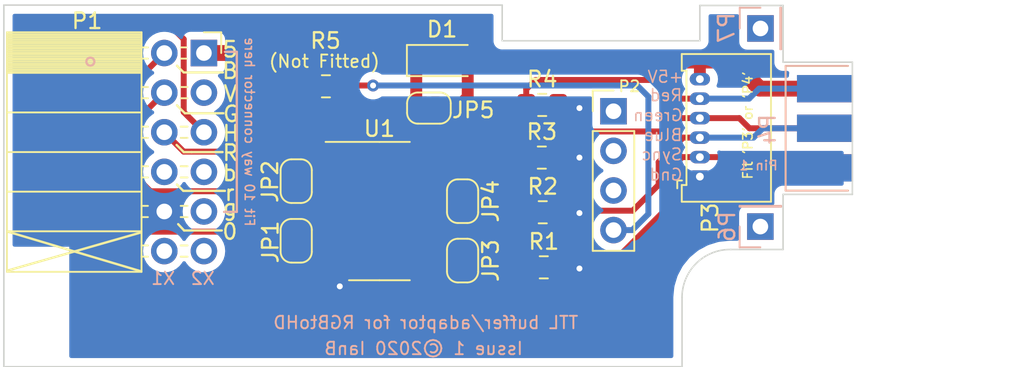
<source format=kicad_pcb>
(kicad_pcb (version 20171130) (host pcbnew "(5.1.4)-1")

  (general
    (thickness 1.6)
    (drawings 68)
    (tracks 190)
    (zones 0)
    (modules 19)
    (nets 24)
  )

  (page A4)
  (layers
    (0 F.Cu signal)
    (31 B.Cu signal)
    (34 B.Paste user hide)
    (35 F.Paste user hide)
    (36 B.SilkS user)
    (37 F.SilkS user)
    (38 B.Mask user hide)
    (39 F.Mask user hide)
    (40 Dwgs.User user hide)
    (41 Cmts.User user hide)
    (44 Edge.Cuts user)
    (45 Margin user hide)
    (46 B.CrtYd user hide)
    (47 F.CrtYd user hide)
    (48 B.Fab user hide)
    (49 F.Fab user hide)
  )

  (setup
    (last_trace_width 0.2032)
    (user_trace_width 0.2032)
    (user_trace_width 0.381)
    (user_trace_width 0.635)
    (user_trace_width 0.762)
    (user_trace_width 0.889)
    (user_trace_width 1.016)
    (user_trace_width 1.143)
    (user_trace_width 1.27)
    (trace_clearance 0.2032)
    (zone_clearance 0.508)
    (zone_45_only yes)
    (trace_min 0.2032)
    (via_size 0.6604)
    (via_drill 0.3048)
    (via_min_size 0.6604)
    (via_min_drill 0.3048)
    (uvia_size 0.6096)
    (uvia_drill 0.3048)
    (uvias_allowed no)
    (uvia_min_size 0)
    (uvia_min_drill 0)
    (edge_width 0.1)
    (segment_width 0.2)
    (pcb_text_width 0.2)
    (pcb_text_size 1.25 1.25)
    (mod_edge_width 0.15)
    (mod_text_size 1 1)
    (mod_text_width 0.15)
    (pad_size 0.8 1.3)
    (pad_drill 0.5)
    (pad_to_mask_clearance 0.15)
    (solder_mask_min_width 0.26)
    (aux_axis_origin 12.502 54.50096)
    (grid_origin 45.002 28.00096)
    (visible_elements 7FFFFFFF)
    (pcbplotparams
      (layerselection 0x010f0_ffffffff)
      (usegerberextensions true)
      (usegerberattributes false)
      (usegerberadvancedattributes false)
      (creategerberjobfile false)
      (excludeedgelayer true)
      (linewidth 0.100000)
      (plotframeref false)
      (viasonmask false)
      (mode 1)
      (useauxorigin false)
      (hpglpennumber 1)
      (hpglpenspeed 20)
      (hpglpendiameter 15.000000)
      (psnegative false)
      (psa4output false)
      (plotreference true)
      (plotvalue false)
      (plotinvisibletext false)
      (padsonsilk false)
      (subtractmaskfromsilk false)
      (outputformat 1)
      (mirror false)
      (drillshape 0)
      (scaleselection 1)
      (outputdirectory "manufacturing/"))
  )

  (net 0 "")
  (net 1 /GND)
  (net 2 /SYNC)
  (net 3 /BLUE)
  (net 4 /GREEN)
  (net 5 /RED)
  (net 6 /BRED)
  (net 7 /BGREEN)
  (net 8 /BBLUE)
  (net 9 /VSYNC)
  (net 10 /ASYNC)
  (net 11 /ARED)
  (net 12 /AGREEN)
  (net 13 /ABLUE)
  (net 14 "Net-(P6-Pad1)")
  (net 15 /VCC)
  (net 16 /VCC_IN)
  (net 17 "Net-(P7-Pad1)")
  (net 18 /X2)
  (net 19 /X1)
  (net 20 "Net-(P2-Pad4)")
  (net 21 "Net-(P2-Pad3)")
  (net 22 "Net-(P2-Pad2)")
  (net 23 "Net-(P2-Pad1)")

  (net_class Default "This is the default net class."
    (clearance 0.2032)
    (trace_width 0.2032)
    (via_dia 0.6604)
    (via_drill 0.3048)
    (uvia_dia 0.6096)
    (uvia_drill 0.3048)
    (diff_pair_width 0.2032)
    (diff_pair_gap 0.25)
    (add_net /ABLUE)
    (add_net /AGREEN)
    (add_net /ARED)
    (add_net /ASYNC)
    (add_net /BBLUE)
    (add_net /BGREEN)
    (add_net /BLUE)
    (add_net /BRED)
    (add_net /GND)
    (add_net /GREEN)
    (add_net /RED)
    (add_net /SYNC)
    (add_net /VCC)
    (add_net /VCC_IN)
    (add_net /VSYNC)
    (add_net /X1)
    (add_net /X2)
    (add_net "Net-(P2-Pad1)")
    (add_net "Net-(P2-Pad2)")
    (add_net "Net-(P2-Pad3)")
    (add_net "Net-(P2-Pad4)")
    (add_net "Net-(P6-Pad1)")
    (add_net "Net-(P7-Pad1)")
  )

  (net_class Power ""
    (clearance 0.2032)
    (trace_width 0.381)
    (via_dia 0.762)
    (via_drill 0.381)
    (uvia_dia 0.6096)
    (uvia_drill 0.3048)
    (diff_pair_width 0.2032)
    (diff_pair_gap 0.25)
  )

  (module Package_SO:SOIC-14_3.9x8.7mm_P1.27mm (layer F.Cu) (tedit 5C97300E) (tstamp 5E57B40A)
    (at 51.606 44.51096)
    (descr "SOIC, 14 Pin (JEDEC MS-012AB, https://www.analog.com/media/en/package-pcb-resources/package/pkg_pdf/soic_narrow-r/r_14.pdf), generated with kicad-footprint-generator ipc_gullwing_generator.py")
    (tags "SOIC SO")
    (path /5E57B4E4)
    (attr smd)
    (fp_text reference U1 (at 0 -5.28) (layer F.SilkS)
      (effects (font (size 1 1) (thickness 0.15)))
    )
    (fp_text value 74LS08 (at 0 5.28) (layer F.Fab)
      (effects (font (size 1 1) (thickness 0.15)))
    )
    (fp_line (start 0 4.435) (end 1.95 4.435) (layer F.SilkS) (width 0.12))
    (fp_line (start 0 4.435) (end -1.95 4.435) (layer F.SilkS) (width 0.12))
    (fp_line (start 0 -4.435) (end 1.95 -4.435) (layer F.SilkS) (width 0.12))
    (fp_line (start 0 -4.435) (end -3.45 -4.435) (layer F.SilkS) (width 0.12))
    (fp_line (start -0.975 -4.325) (end 1.95 -4.325) (layer F.Fab) (width 0.1))
    (fp_line (start 1.95 -4.325) (end 1.95 4.325) (layer F.Fab) (width 0.1))
    (fp_line (start 1.95 4.325) (end -1.95 4.325) (layer F.Fab) (width 0.1))
    (fp_line (start -1.95 4.325) (end -1.95 -3.35) (layer F.Fab) (width 0.1))
    (fp_line (start -1.95 -3.35) (end -0.975 -4.325) (layer F.Fab) (width 0.1))
    (fp_line (start -3.7 -4.58) (end -3.7 4.58) (layer F.CrtYd) (width 0.05))
    (fp_line (start -3.7 4.58) (end 3.7 4.58) (layer F.CrtYd) (width 0.05))
    (fp_line (start 3.7 4.58) (end 3.7 -4.58) (layer F.CrtYd) (width 0.05))
    (fp_line (start 3.7 -4.58) (end -3.7 -4.58) (layer F.CrtYd) (width 0.05))
    (fp_text user %R (at 0 0) (layer F.Fab)
      (effects (font (size 0.98 0.98) (thickness 0.15)))
    )
    (pad 1 smd roundrect (at -2.475 -3.81) (size 1.95 0.6) (layers F.Cu F.Paste F.Mask) (roundrect_rratio 0.25)
      (net 13 /ABLUE))
    (pad 2 smd roundrect (at -2.475 -2.54) (size 1.95 0.6) (layers F.Cu F.Paste F.Mask) (roundrect_rratio 0.25)
      (net 13 /ABLUE))
    (pad 3 smd roundrect (at -2.475 -1.27) (size 1.95 0.6) (layers F.Cu F.Paste F.Mask) (roundrect_rratio 0.25)
      (net 3 /BLUE))
    (pad 4 smd roundrect (at -2.475 0) (size 1.95 0.6) (layers F.Cu F.Paste F.Mask) (roundrect_rratio 0.25)
      (net 10 /ASYNC))
    (pad 5 smd roundrect (at -2.475 1.27) (size 1.95 0.6) (layers F.Cu F.Paste F.Mask) (roundrect_rratio 0.25)
      (net 10 /ASYNC))
    (pad 6 smd roundrect (at -2.475 2.54) (size 1.95 0.6) (layers F.Cu F.Paste F.Mask) (roundrect_rratio 0.25)
      (net 2 /SYNC))
    (pad 7 smd roundrect (at -2.475 3.81) (size 1.95 0.6) (layers F.Cu F.Paste F.Mask) (roundrect_rratio 0.25)
      (net 1 /GND))
    (pad 8 smd roundrect (at 2.475 3.81) (size 1.95 0.6) (layers F.Cu F.Paste F.Mask) (roundrect_rratio 0.25)
      (net 4 /GREEN))
    (pad 9 smd roundrect (at 2.475 2.54) (size 1.95 0.6) (layers F.Cu F.Paste F.Mask) (roundrect_rratio 0.25)
      (net 12 /AGREEN))
    (pad 10 smd roundrect (at 2.475 1.27) (size 1.95 0.6) (layers F.Cu F.Paste F.Mask) (roundrect_rratio 0.25)
      (net 12 /AGREEN))
    (pad 11 smd roundrect (at 2.475 0) (size 1.95 0.6) (layers F.Cu F.Paste F.Mask) (roundrect_rratio 0.25)
      (net 5 /RED))
    (pad 12 smd roundrect (at 2.475 -1.27) (size 1.95 0.6) (layers F.Cu F.Paste F.Mask) (roundrect_rratio 0.25)
      (net 11 /ARED))
    (pad 13 smd roundrect (at 2.475 -2.54) (size 1.95 0.6) (layers F.Cu F.Paste F.Mask) (roundrect_rratio 0.25)
      (net 11 /ARED))
    (pad 14 smd roundrect (at 2.475 -3.81) (size 1.95 0.6) (layers F.Cu F.Paste F.Mask) (roundrect_rratio 0.25)
      (net 15 /VCC))
    (model ${KISYS3DMOD}/Package_SO.3dshapes/SOIC-14_3.9x8.7mm_P1.27mm.wrl
      (at (xyz 0 0 0))
      (scale (xyz 1 1 1))
      (rotate (xyz 0 0 0))
    )
  )

  (module Connector_Molex:Molex_PicoBlade_53048-0610_1x06_P1.25mm_Horizontal (layer F.Cu) (tedit 5E575303) (tstamp 5E57523D)
    (at 72.1546 42.30096 90)
    (descr "Molex PicoBlade Connector System, 53048-0610, 6 Pins per row (http://www.molex.com/pdm_docs/sd/530480210_sd.pdf), generated with kicad-footprint-generator")
    (tags "connector Molex PicoBlade top entry")
    (path /5E3F9F6C)
    (fp_text reference P3 (at -2.6508 0.6604 90) (layer F.SilkS)
      (effects (font (size 1 1) (thickness 0.15)))
    )
    (fp_text value Conn_01x06 (at 3.12 5.65 90) (layer F.Fab)
      (effects (font (size 1 1) (thickness 0.15)))
    )
    (fp_text user %R (at 3.12 3.75 90) (layer F.Fab)
      (effects (font (size 1 1) (thickness 0.15)))
    )
    (fp_line (start 7.86 4.56) (end 3.125 4.56) (layer F.SilkS) (width 0.12))
    (fp_line (start 7.86 -1.16) (end 7.86 4.56) (layer F.SilkS) (width 0.12))
    (fp_line (start 6.79 -1.16) (end 7.86 -1.16) (layer F.SilkS) (width 0.12))
    (fp_line (start 6.79 -0.86) (end 6.79 -1.16) (layer F.SilkS) (width 0.12))
    (fp_line (start 3.125 -0.86) (end 6.79 -0.86) (layer F.SilkS) (width 0.12))
    (fp_line (start -1.61 4.56) (end 3.125 4.56) (layer F.SilkS) (width 0.12))
    (fp_line (start -1.61 -1.16) (end -1.61 4.56) (layer F.SilkS) (width 0.12))
    (fp_line (start -0.54 -1.16) (end -1.61 -1.16) (layer F.SilkS) (width 0.12))
    (fp_line (start -0.54 -0.86) (end -0.54 -1.16) (layer F.SilkS) (width 0.12))
    (fp_line (start 3.125 -0.86) (end -0.54 -0.86) (layer F.SilkS) (width 0.12))
    (fp_line (start 7.75 4.45) (end 3.125 4.45) (layer F.Fab) (width 0.1))
    (fp_line (start 7.75 -1.05) (end 7.75 4.45) (layer F.Fab) (width 0.1))
    (fp_line (start 6.9 -1.05) (end 7.75 -1.05) (layer F.Fab) (width 0.1))
    (fp_line (start 6.9 -0.75) (end 6.9 -1.05) (layer F.Fab) (width 0.1))
    (fp_line (start 3.125 -0.75) (end 6.9 -0.75) (layer F.Fab) (width 0.1))
    (fp_line (start -1.5 4.45) (end 3.125 4.45) (layer F.Fab) (width 0.1))
    (fp_line (start -1.5 -1.05) (end -1.5 4.45) (layer F.Fab) (width 0.1))
    (fp_line (start -0.65 -1.05) (end -1.5 -1.05) (layer F.Fab) (width 0.1))
    (fp_line (start -0.65 -0.75) (end -0.65 -1.05) (layer F.Fab) (width 0.1))
    (fp_line (start 3.125 -0.75) (end -0.65 -0.75) (layer F.Fab) (width 0.1))
    (fp_line (start 8.25 4.95) (end 3.13 4.95) (layer F.CrtYd) (width 0.05))
    (fp_line (start 8.25 -1.55) (end 8.25 4.95) (layer F.CrtYd) (width 0.05))
    (fp_line (start 6.4 -1.55) (end 8.25 -1.55) (layer F.CrtYd) (width 0.05))
    (fp_line (start 6.4 -1.25) (end 6.4 -1.55) (layer F.CrtYd) (width 0.05))
    (fp_line (start 3.13 -1.25) (end 6.4 -1.25) (layer F.CrtYd) (width 0.05))
    (fp_line (start -2 4.95) (end 3.12 4.95) (layer F.CrtYd) (width 0.05))
    (fp_line (start -2 -1.55) (end -2 4.95) (layer F.CrtYd) (width 0.05))
    (fp_line (start -0.15 -1.55) (end -2 -1.55) (layer F.CrtYd) (width 0.05))
    (fp_line (start -0.15 -1.25) (end -0.15 -1.55) (layer F.CrtYd) (width 0.05))
    (fp_line (start 3.12 -1.25) (end -0.15 -1.25) (layer F.CrtYd) (width 0.05))
    (fp_line (start 0 -0.042893) (end 0.5 -0.75) (layer F.Fab) (width 0.1))
    (fp_line (start -0.5 -0.75) (end 0 -0.042893) (layer F.Fab) (width 0.1))
    (fp_line (start -0.25 -1.45) (end -0.75 -1.45) (layer F.SilkS) (width 0.12))
    (fp_line (start -0.25 -1.15) (end -0.25 -1.45) (layer F.SilkS) (width 0.12))
    (pad 6 thru_hole oval (at 6.25 0 90) (size 0.8 1.3) (drill 0.5) (layers *.Cu *.Mask)
      (net 16 /VCC_IN))
    (pad 5 thru_hole oval (at 5 0 90) (size 0.8 1.3) (drill 0.5) (layers *.Cu *.Mask)
      (net 11 /ARED))
    (pad 4 thru_hole oval (at 3.75 0 90) (size 0.8 1.3) (drill 0.5) (layers *.Cu *.Mask)
      (net 12 /AGREEN))
    (pad 3 thru_hole oval (at 2.5 0 90) (size 0.8 1.3) (drill 0.5) (layers *.Cu *.Mask)
      (net 13 /ABLUE))
    (pad 2 thru_hole oval (at 1.25 0 90) (size 0.8 1.3) (drill 0.5) (layers *.Cu *.Mask)
      (net 10 /ASYNC))
    (pad 1 thru_hole roundrect (at 0 0 90) (size 0.8 1.3) (drill 0.5) (layers *.Cu *.Mask) (roundrect_rratio 0.25)
      (net 1 /GND) (zone_connect 2))
    (model ${KISYS3DMOD}/Connector_Molex.3dshapes/Molex_PicoBlade_53048-0610_1x06_P1.25mm_Horizontal.wrl
      (at (xyz 0 0 0))
      (scale (xyz 1 1 1))
      (rotate (xyz 0 0 0))
    )
  )

  (module Connector_PinHeader_2.54mm:PinHeader_1x04_P2.54mm_Vertical locked (layer F.Cu) (tedit 59FED5CC) (tstamp 5DCC4DD0)
    (at 66.6174 38.11016)
    (descr "Through hole straight pin header, 1x04, 2.54mm pitch, single row")
    (tags "Through hole pin header THT 1x04 2.54mm single row")
    (path /5DCFA861)
    (fp_text reference P2 (at 1.016 -1.6002) (layer F.SilkS)
      (effects (font (size 0.7 0.7) (thickness 0.12)))
    )
    (fp_text value Conn_01x04 (at 0 9.95) (layer F.Fab)
      (effects (font (size 1 1) (thickness 0.15)))
    )
    (fp_text user %R (at 0 3.81 90) (layer F.Fab)
      (effects (font (size 1 1) (thickness 0.15)))
    )
    (fp_line (start 1.8 -1.8) (end -1.8 -1.8) (layer F.CrtYd) (width 0.05))
    (fp_line (start 1.8 9.4) (end 1.8 -1.8) (layer F.CrtYd) (width 0.05))
    (fp_line (start -1.8 9.4) (end 1.8 9.4) (layer F.CrtYd) (width 0.05))
    (fp_line (start -1.8 -1.8) (end -1.8 9.4) (layer F.CrtYd) (width 0.05))
    (fp_line (start -1.33 -1.33) (end 0 -1.33) (layer F.SilkS) (width 0.12))
    (fp_line (start -1.33 0) (end -1.33 -1.33) (layer F.SilkS) (width 0.12))
    (fp_line (start -1.33 1.27) (end 1.33 1.27) (layer F.SilkS) (width 0.12))
    (fp_line (start 1.33 1.27) (end 1.33 8.95) (layer F.SilkS) (width 0.12))
    (fp_line (start -1.33 1.27) (end -1.33 8.95) (layer F.SilkS) (width 0.12))
    (fp_line (start -1.33 8.95) (end 1.33 8.95) (layer F.SilkS) (width 0.12))
    (fp_line (start -1.27 -0.635) (end -0.635 -1.27) (layer F.Fab) (width 0.1))
    (fp_line (start -1.27 8.89) (end -1.27 -0.635) (layer F.Fab) (width 0.1))
    (fp_line (start 1.27 8.89) (end -1.27 8.89) (layer F.Fab) (width 0.1))
    (fp_line (start 1.27 -1.27) (end 1.27 8.89) (layer F.Fab) (width 0.1))
    (fp_line (start -0.635 -1.27) (end 1.27 -1.27) (layer F.Fab) (width 0.1))
    (pad 4 thru_hole oval (at 0 7.62) (size 1.7 1.7) (drill 1) (layers *.Cu *.Mask)
      (net 20 "Net-(P2-Pad4)"))
    (pad 3 thru_hole oval (at 0 5.08) (size 1.7 1.7) (drill 1) (layers *.Cu *.Mask)
      (net 21 "Net-(P2-Pad3)"))
    (pad 2 thru_hole oval (at 0 2.54) (size 1.7 1.7) (drill 1) (layers *.Cu *.Mask)
      (net 22 "Net-(P2-Pad2)"))
    (pad 1 thru_hole rect (at 0 0) (size 1.7 1.7) (drill 1) (layers *.Cu *.Mask)
      (net 23 "Net-(P2-Pad1)"))
    (model ${KISYS3DMOD}/Connector_PinHeader_2.54mm.3dshapes/PinHeader_1x04_P2.54mm_Vertical.wrl
      (at (xyz 0 0 0))
      (scale (xyz 1 1 1))
      (rotate (xyz 0 0 0))
    )
  )

  (module Connector_PinHeader_2.54mm:PinHeader_1x01_P2.54mm_Vertical (layer B.Cu) (tedit 59FED5CC) (tstamp 5DCB85A9)
    (at 76.03318 45.5041)
    (descr "Through hole straight pin header, 1x01, 2.54mm pitch, single row")
    (tags "Through hole pin header THT 1x01 2.54mm single row")
    (path /5DD07D72)
    (fp_text reference P6 (at -2.1336 0 90) (layer B.SilkS)
      (effects (font (size 1 1) (thickness 0.15)) (justify mirror))
    )
    (fp_text value Conn_01x01 (at 0 -2.33) (layer B.Fab)
      (effects (font (size 1 1) (thickness 0.15)) (justify mirror))
    )
    (fp_line (start -0.635 1.27) (end 1.27 1.27) (layer B.Fab) (width 0.1))
    (fp_line (start 1.27 1.27) (end 1.27 -1.27) (layer B.Fab) (width 0.1))
    (fp_line (start 1.27 -1.27) (end -1.27 -1.27) (layer B.Fab) (width 0.1))
    (fp_line (start -1.27 -1.27) (end -1.27 0.635) (layer B.Fab) (width 0.1))
    (fp_line (start -1.27 0.635) (end -0.635 1.27) (layer B.Fab) (width 0.1))
    (fp_line (start -1.33 -1.33) (end 1.33 -1.33) (layer B.SilkS) (width 0.12))
    (fp_line (start -1.33 -1.27) (end -1.33 -1.33) (layer B.SilkS) (width 0.12))
    (fp_line (start 1.33 -1.27) (end 1.33 -1.33) (layer B.SilkS) (width 0.12))
    (fp_line (start -1.33 -1.27) (end 1.33 -1.27) (layer B.SilkS) (width 0.12))
    (fp_line (start -1.33 0) (end -1.33 1.33) (layer B.SilkS) (width 0.12))
    (fp_line (start -1.33 1.33) (end 0 1.33) (layer B.SilkS) (width 0.12))
    (fp_line (start -1.8 1.8) (end -1.8 -1.8) (layer B.CrtYd) (width 0.05))
    (fp_line (start -1.8 -1.8) (end 1.8 -1.8) (layer B.CrtYd) (width 0.05))
    (fp_line (start 1.8 -1.8) (end 1.8 1.8) (layer B.CrtYd) (width 0.05))
    (fp_line (start 1.8 1.8) (end -1.8 1.8) (layer B.CrtYd) (width 0.05))
    (fp_text user %R (at 0 0 270) (layer B.Fab)
      (effects (font (size 1 1) (thickness 0.15)) (justify mirror))
    )
    (pad 1 thru_hole rect (at 0 0) (size 1.7 1.7) (drill 1) (layers *.Cu *.Mask)
      (net 14 "Net-(P6-Pad1)"))
    (model ${KISYS3DMOD}/Connector_PinHeader_2.54mm.3dshapes/PinHeader_1x01_P2.54mm_Vertical.wrl
      (at (xyz 0 0 0))
      (scale (xyz 1 1 1))
      (rotate (xyz 0 0 0))
    )
  )

  (module Connector_PinSocket_2.54mm:PinSocket_2x06_P2.54mm_Horizontal locked (layer F.Cu) (tedit 5A19A42C) (tstamp 5E4F1D96)
    (at 40.3538 34.37636)
    (descr "Through hole angled socket strip, 2x06, 2.54mm pitch, 8.51mm socket length, double cols (from Kicad 4.0.7), script generated")
    (tags "Through hole angled socket strip THT 2x06 2.54mm double row")
    (path /5E50C60D)
    (zone_connect 2)
    (fp_text reference P1 (at -7.493 -2.0574) (layer F.SilkS)
      (effects (font (size 1 1) (thickness 0.15)))
    )
    (fp_text value Conn_02x06_Odd_Even (at -5.65 15.47) (layer F.Fab)
      (effects (font (size 1 1) (thickness 0.15)))
    )
    (fp_line (start -12.57 -1.27) (end -5.03 -1.27) (layer F.Fab) (width 0.1))
    (fp_line (start -5.03 -1.27) (end -4.06 -0.3) (layer F.Fab) (width 0.1))
    (fp_line (start -4.06 -0.3) (end -4.06 13.97) (layer F.Fab) (width 0.1))
    (fp_line (start -4.06 13.97) (end -12.57 13.97) (layer F.Fab) (width 0.1))
    (fp_line (start -12.57 13.97) (end -12.57 -1.27) (layer F.Fab) (width 0.1))
    (fp_line (start 0 -0.3) (end -4.06 -0.3) (layer F.Fab) (width 0.1))
    (fp_line (start -4.06 0.3) (end 0 0.3) (layer F.Fab) (width 0.1))
    (fp_line (start 0 0.3) (end 0 -0.3) (layer F.Fab) (width 0.1))
    (fp_line (start 0 2.24) (end -4.06 2.24) (layer F.Fab) (width 0.1))
    (fp_line (start -4.06 2.84) (end 0 2.84) (layer F.Fab) (width 0.1))
    (fp_line (start 0 2.84) (end 0 2.24) (layer F.Fab) (width 0.1))
    (fp_line (start 0 4.78) (end -4.06 4.78) (layer F.Fab) (width 0.1))
    (fp_line (start -4.06 5.38) (end 0 5.38) (layer F.Fab) (width 0.1))
    (fp_line (start 0 5.38) (end 0 4.78) (layer F.Fab) (width 0.1))
    (fp_line (start 0 7.32) (end -4.06 7.32) (layer F.Fab) (width 0.1))
    (fp_line (start -4.06 7.92) (end 0 7.92) (layer F.Fab) (width 0.1))
    (fp_line (start 0 7.92) (end 0 7.32) (layer F.Fab) (width 0.1))
    (fp_line (start 0 9.86) (end -4.06 9.86) (layer F.Fab) (width 0.1))
    (fp_line (start -4.06 10.46) (end 0 10.46) (layer F.Fab) (width 0.1))
    (fp_line (start 0 10.46) (end 0 9.86) (layer F.Fab) (width 0.1))
    (fp_line (start 0 12.4) (end -4.06 12.4) (layer F.Fab) (width 0.1))
    (fp_line (start -4.06 13) (end 0 13) (layer F.Fab) (width 0.1))
    (fp_line (start 0 13) (end 0 12.4) (layer F.Fab) (width 0.1))
    (fp_line (start -12.63 -1.21) (end -4 -1.21) (layer F.SilkS) (width 0.12))
    (fp_line (start -12.63 -1.091905) (end -4 -1.091905) (layer F.SilkS) (width 0.12))
    (fp_line (start -12.63 -0.97381) (end -4 -0.97381) (layer F.SilkS) (width 0.12))
    (fp_line (start -12.63 -0.855715) (end -4 -0.855715) (layer F.SilkS) (width 0.12))
    (fp_line (start -12.63 -0.73762) (end -4 -0.73762) (layer F.SilkS) (width 0.12))
    (fp_line (start -12.63 -0.619525) (end -4 -0.619525) (layer F.SilkS) (width 0.12))
    (fp_line (start -12.63 -0.50143) (end -4 -0.50143) (layer F.SilkS) (width 0.12))
    (fp_line (start -12.63 -0.383335) (end -4 -0.383335) (layer F.SilkS) (width 0.12))
    (fp_line (start -12.63 -0.26524) (end -4 -0.26524) (layer F.SilkS) (width 0.12))
    (fp_line (start -12.63 -0.147145) (end -4 -0.147145) (layer F.SilkS) (width 0.12))
    (fp_line (start -12.63 -0.02905) (end -4 -0.02905) (layer F.SilkS) (width 0.12))
    (fp_line (start -12.63 0.089045) (end -4 0.089045) (layer F.SilkS) (width 0.12))
    (fp_line (start -12.63 0.20714) (end -4 0.20714) (layer F.SilkS) (width 0.12))
    (fp_line (start -12.63 0.325235) (end -4 0.325235) (layer F.SilkS) (width 0.12))
    (fp_line (start -12.63 0.44333) (end -4 0.44333) (layer F.SilkS) (width 0.12))
    (fp_line (start -12.63 0.561425) (end -4 0.561425) (layer F.SilkS) (width 0.12))
    (fp_line (start -12.63 0.67952) (end -4 0.67952) (layer F.SilkS) (width 0.12))
    (fp_line (start -12.63 0.797615) (end -4 0.797615) (layer F.SilkS) (width 0.12))
    (fp_line (start -12.63 0.91571) (end -4 0.91571) (layer F.SilkS) (width 0.12))
    (fp_line (start -12.63 1.033805) (end -4 1.033805) (layer F.SilkS) (width 0.12))
    (fp_line (start -12.63 1.1519) (end -4 1.1519) (layer F.SilkS) (width 0.12))
    (fp_line (start -4 -0.36) (end -3.59 -0.36) (layer F.SilkS) (width 0.12))
    (fp_line (start -1.49 -0.36) (end -1.11 -0.36) (layer F.SilkS) (width 0.12))
    (fp_line (start -4 0.36) (end -3.59 0.36) (layer F.SilkS) (width 0.12))
    (fp_line (start -1.49 0.36) (end -1.11 0.36) (layer F.SilkS) (width 0.12))
    (fp_line (start -4 2.18) (end -3.59 2.18) (layer F.SilkS) (width 0.12))
    (fp_line (start -1.49 2.18) (end -1.05 2.18) (layer F.SilkS) (width 0.12))
    (fp_line (start -4 2.9) (end -3.59 2.9) (layer F.SilkS) (width 0.12))
    (fp_line (start -1.49 2.9) (end -1.05 2.9) (layer F.SilkS) (width 0.12))
    (fp_line (start -4 4.72) (end -3.59 4.72) (layer F.SilkS) (width 0.12))
    (fp_line (start -1.49 4.72) (end -1.05 4.72) (layer F.SilkS) (width 0.12))
    (fp_line (start -4 5.44) (end -3.59 5.44) (layer F.SilkS) (width 0.12))
    (fp_line (start -1.49 5.44) (end -1.05 5.44) (layer F.SilkS) (width 0.12))
    (fp_line (start -4 7.26) (end -3.59 7.26) (layer F.SilkS) (width 0.12))
    (fp_line (start -1.49 7.26) (end -1.05 7.26) (layer F.SilkS) (width 0.12))
    (fp_line (start -4 7.98) (end -3.59 7.98) (layer F.SilkS) (width 0.12))
    (fp_line (start -1.49 7.98) (end -1.05 7.98) (layer F.SilkS) (width 0.12))
    (fp_line (start -4 9.8) (end -3.59 9.8) (layer F.SilkS) (width 0.12))
    (fp_line (start -1.49 9.8) (end -1.05 9.8) (layer F.SilkS) (width 0.12))
    (fp_line (start -4 10.52) (end -3.59 10.52) (layer F.SilkS) (width 0.12))
    (fp_line (start -1.49 10.52) (end -1.05 10.52) (layer F.SilkS) (width 0.12))
    (fp_line (start -4 12.34) (end -3.59 12.34) (layer F.SilkS) (width 0.12))
    (fp_line (start -1.49 12.34) (end -1.05 12.34) (layer F.SilkS) (width 0.12))
    (fp_line (start -4 13.06) (end -3.59 13.06) (layer F.SilkS) (width 0.12))
    (fp_line (start -1.49 13.06) (end -1.05 13.06) (layer F.SilkS) (width 0.12))
    (fp_line (start -12.63 1.27) (end -4 1.27) (layer F.SilkS) (width 0.12))
    (fp_line (start -12.63 3.81) (end -4 3.81) (layer F.SilkS) (width 0.12))
    (fp_line (start -12.63 6.35) (end -4 6.35) (layer F.SilkS) (width 0.12))
    (fp_line (start -12.63 8.89) (end -4 8.89) (layer F.SilkS) (width 0.12))
    (fp_line (start -12.63 11.43) (end -4 11.43) (layer F.SilkS) (width 0.12))
    (fp_line (start -12.63 -1.33) (end -4 -1.33) (layer F.SilkS) (width 0.12))
    (fp_line (start -4 -1.33) (end -4 14.03) (layer F.SilkS) (width 0.12))
    (fp_line (start -12.63 14.03) (end -4 14.03) (layer F.SilkS) (width 0.12))
    (fp_line (start -12.63 -1.33) (end -12.63 14.03) (layer F.SilkS) (width 0.12))
    (fp_line (start 1.11 -1.33) (end 1.11 0) (layer F.SilkS) (width 0.12))
    (fp_line (start 0 -1.33) (end 1.11 -1.33) (layer F.SilkS) (width 0.12))
    (fp_line (start 1.8 -1.8) (end -13.05 -1.8) (layer F.CrtYd) (width 0.05))
    (fp_line (start -13.05 -1.8) (end -13.05 14.45) (layer F.CrtYd) (width 0.05))
    (fp_line (start -13.05 14.45) (end 1.8 14.45) (layer F.CrtYd) (width 0.05))
    (fp_line (start 1.8 14.45) (end 1.8 -1.8) (layer F.CrtYd) (width 0.05))
    (fp_text user %R (at -8.315 6.35 90) (layer F.Fab)
      (effects (font (size 1 1) (thickness 0.15)))
    )
    (pad 1 thru_hole rect (at 0 0) (size 1.7 1.7) (drill 1) (layers *.Cu *.Mask)
      (net 15 /VCC) (zone_connect 2))
    (pad 2 thru_hole oval (at -2.54 0) (size 1.7 1.7) (drill 1) (layers *.Cu *.Mask)
      (net 3 /BLUE) (zone_connect 2))
    (pad 3 thru_hole oval (at 0 2.54) (size 1.7 1.7) (drill 1) (layers *.Cu *.Mask)
      (net 9 /VSYNC) (zone_connect 2))
    (pad 4 thru_hole oval (at -2.54 2.54) (size 1.7 1.7) (drill 1) (layers *.Cu *.Mask)
      (net 4 /GREEN) (zone_connect 2))
    (pad 5 thru_hole oval (at 0 5.08) (size 1.7 1.7) (drill 1) (layers *.Cu *.Mask)
      (net 2 /SYNC) (zone_connect 2))
    (pad 6 thru_hole oval (at -2.54 5.08) (size 1.7 1.7) (drill 1) (layers *.Cu *.Mask)
      (net 5 /RED) (zone_connect 2))
    (pad 7 thru_hole oval (at 0 7.62) (size 1.7 1.7) (drill 1) (layers *.Cu *.Mask)
      (net 8 /BBLUE) (zone_connect 2))
    (pad 8 thru_hole oval (at -2.54 7.62) (size 1.7 1.7) (drill 1) (layers *.Cu *.Mask)
      (net 6 /BRED) (zone_connect 2))
    (pad 9 thru_hole oval (at 0 10.16) (size 1.7 1.7) (drill 1) (layers *.Cu *.Mask)
      (net 7 /BGREEN) (zone_connect 2))
    (pad 10 thru_hole oval (at -2.54 10.16) (size 1.7 1.7) (drill 1) (layers *.Cu *.Mask)
      (net 1 /GND) (zone_connect 2))
    (pad 11 thru_hole oval (at 0 12.7) (size 1.7 1.7) (drill 1) (layers *.Cu *.Mask)
      (net 18 /X2) (zone_connect 2))
    (pad 12 thru_hole oval (at -2.54 12.7) (size 1.7 1.7) (drill 1) (layers *.Cu *.Mask)
      (net 19 /X1) (zone_connect 2))
    (model ${KISYS3DMOD}/Connector_PinSocket_2.54mm.3dshapes/PinSocket_2x06_P2.54mm_Horizontal.wrl
      (at (xyz 0 0 0))
      (scale (xyz 1 1 1))
      (rotate (xyz 0 0 0))
    )
  )

  (module Connector_PinHeader_2.54mm:PinHeader_1x01_P2.54mm_Vertical (layer B.Cu) (tedit 59FED5CC) (tstamp 5E575828)
    (at 76.0408 32.80156 270)
    (descr "Through hole straight pin header, 1x01, 2.54mm pitch, single row")
    (tags "Through hole pin header THT 1x01 2.54mm single row")
    (path /5E6322BC)
    (fp_text reference P7 (at -0.0508 2.1844 270) (layer B.SilkS)
      (effects (font (size 1 1) (thickness 0.15)) (justify mirror))
    )
    (fp_text value Conn_01x01 (at 0 -2.33 90) (layer B.Fab)
      (effects (font (size 1 1) (thickness 0.15)) (justify mirror))
    )
    (fp_line (start -0.635 1.27) (end 1.27 1.27) (layer B.Fab) (width 0.1))
    (fp_line (start 1.27 1.27) (end 1.27 -1.27) (layer B.Fab) (width 0.1))
    (fp_line (start 1.27 -1.27) (end -1.27 -1.27) (layer B.Fab) (width 0.1))
    (fp_line (start -1.27 -1.27) (end -1.27 0.635) (layer B.Fab) (width 0.1))
    (fp_line (start -1.27 0.635) (end -0.635 1.27) (layer B.Fab) (width 0.1))
    (fp_line (start -1.33 -1.33) (end 1.33 -1.33) (layer B.SilkS) (width 0.12))
    (fp_line (start -1.33 -1.27) (end -1.33 -1.33) (layer B.SilkS) (width 0.12))
    (fp_line (start 1.33 -1.27) (end 1.33 -1.33) (layer B.SilkS) (width 0.12))
    (fp_line (start -1.33 -1.27) (end 1.33 -1.27) (layer B.SilkS) (width 0.12))
    (fp_line (start -1.33 0) (end -1.33 1.33) (layer B.SilkS) (width 0.12))
    (fp_line (start -1.33 1.33) (end 0 1.33) (layer B.SilkS) (width 0.12))
    (fp_line (start -1.8 1.8) (end -1.8 -1.8) (layer B.CrtYd) (width 0.05))
    (fp_line (start -1.8 -1.8) (end 1.8 -1.8) (layer B.CrtYd) (width 0.05))
    (fp_line (start 1.8 -1.8) (end 1.8 1.8) (layer B.CrtYd) (width 0.05))
    (fp_line (start 1.8 1.8) (end -1.8 1.8) (layer B.CrtYd) (width 0.05))
    (fp_text user %R (at 0 0 180) (layer B.Fab)
      (effects (font (size 1 1) (thickness 0.15)) (justify mirror))
    )
    (pad 1 thru_hole rect (at 0 0 270) (size 1.7 1.7) (drill 1) (layers *.Cu *.Mask)
      (net 17 "Net-(P7-Pad1)"))
    (model ${KISYS3DMOD}/Connector_PinHeader_2.54mm.3dshapes/PinHeader_1x01_P2.54mm_Vertical.wrl
      (at (xyz 0 0 0))
      (scale (xyz 1 1 1))
      (rotate (xyz 0 0 0))
    )
  )

  (module Connector_Harwin:Harwin_M20-89003xx_1x03_P2.54mm_Horizontal_Custom_EVEN (layer F.Cu) (tedit 5E5728AF) (tstamp 5E572DBE)
    (at 85.6552 39.20096)
    (descr "Harwin Male Horizontal Surface Mount Single Row 2.54mm (0.1 inch) Pitch PCB Connector, M20-89003xx, 3 Pins per row (https://cdn.harwin.com/pdfs/M20-890.pdf), generated with kicad-footprint-generator")
    (tags "connector Harwin M20-890 horizontal")
    (path /5E57FB0D)
    (attr virtual)
    (fp_text reference P5 (at -9.589 -4.2418) (layer F.SilkS) hide
      (effects (font (size 1 1) (thickness 0.15)))
    )
    (fp_text value Conn_01x03_EVEN (at -0.48 5.01) (layer F.Fab)
      (effects (font (size 1 1) (thickness 0.15)))
    )
    (fp_line (start -1.725 -2.86) (end -6.425 -2.86) (layer F.Fab) (width 0.1))
    (fp_line (start -6.425 -2.86) (end -6.425 -2.22) (layer F.Fab) (width 0.1))
    (fp_line (start -6.425 -2.22) (end -1.725 -2.22) (layer F.Fab) (width 0.1))
    (fp_line (start -1.725 -0.32) (end -6.425 -0.32) (layer F.Fab) (width 0.1))
    (fp_line (start -6.425 -0.32) (end -6.425 0.32) (layer F.Fab) (width 0.1))
    (fp_line (start -6.425 0.32) (end -1.725 0.32) (layer F.Fab) (width 0.1))
    (fp_line (start -1.725 2.22) (end -6.425 2.22) (layer F.Fab) (width 0.1))
    (fp_line (start -6.425 2.22) (end -6.425 2.86) (layer F.Fab) (width 0.1))
    (fp_line (start -6.425 2.86) (end -1.725 2.86) (layer F.Fab) (width 0.1))
    (fp_line (start -1.725 -3.41) (end -1.325 -3.81) (layer F.Fab) (width 0.1))
    (fp_line (start -1.325 -3.81) (end 0.775 -3.81) (layer F.Fab) (width 0.1))
    (fp_line (start 0.775 -3.81) (end 0.775 3.81) (layer F.Fab) (width 0.1))
    (fp_line (start 0.775 3.81) (end -1.725 3.81) (layer F.Fab) (width 0.1))
    (fp_line (start -1.725 3.81) (end -1.725 -3.41) (layer F.Fab) (width 0.1))
    (fp_line (start -7.28 -4.31) (end 7.28 -4.31) (layer F.CrtYd) (width 0.05))
    (fp_line (start 7.28 -4.31) (end 7.28 4.31) (layer F.CrtYd) (width 0.05))
    (fp_line (start 7.28 4.31) (end -7.28 4.31) (layer F.CrtYd) (width 0.05))
    (fp_line (start -7.28 4.31) (end -7.28 -4.31) (layer F.CrtYd) (width 0.05))
    (fp_text user %R (at -0.48 0 90) (layer F.Fab)
      (effects (font (size 1 1) (thickness 0.15)))
    )
    (fp_line (start -4 -4) (end -8 -4) (layer F.SilkS) (width 0.12))
    (fp_line (start -8 -4) (end -8 4) (layer F.SilkS) (width 0.12))
    (fp_line (start -8 4) (end -4 4) (layer F.SilkS) (width 0.12))
    (pad 6 connect rect (at -5.525 -2.54) (size 3.5 1.75) (layers F.Cu F.Mask)
      (net 16 /VCC_IN))
    (pad 4 connect rect (at -5.525 0) (size 3.5 1.75) (layers F.Cu F.Mask)
      (net 12 /AGREEN))
    (pad 2 connect rect (at -5.525 2.54) (size 3.5 1.75) (layers F.Cu F.Mask)
      (net 10 /ASYNC))
    (model ${KISYS3DMOD}/Connector_Harwin.3dshapes/Harwin_M20-89003xx_1x03_P2.54mm_Horizontal.wrl
      (at (xyz 0 0 0))
      (scale (xyz 1 1 1))
      (rotate (xyz 0 0 0))
    )
  )

  (module Connector_Harwin:Harwin_M20-89003xx_1x03_P2.54mm_Horizontal_Custom_ODD (layer B.Cu) (tedit 5E572864) (tstamp 5E573FA8)
    (at 85.6552 39.20096)
    (descr "Harwin Male Horizontal Surface Mount Single Row 2.54mm (0.1 inch) Pitch PCB Connector, M20-89003xx, 3 Pins per row (https://cdn.harwin.com/pdfs/M20-890.pdf), generated with kicad-footprint-generator")
    (tags "connector Harwin M20-890 horizontal")
    (path /5E580E6E)
    (zone_connect 2)
    (attr virtual)
    (fp_text reference P4 (at -9.1572 0.0762 90) (layer B.SilkS)
      (effects (font (size 1 1) (thickness 0.15)) (justify mirror))
    )
    (fp_text value Conn_01x03_ODD (at -0.48 -5.01) (layer B.Fab)
      (effects (font (size 1 1) (thickness 0.15)) (justify mirror))
    )
    (fp_line (start -1.725 2.86) (end -6.425 2.86) (layer B.Fab) (width 0.1))
    (fp_line (start -6.425 2.86) (end -6.425 2.22) (layer B.Fab) (width 0.1))
    (fp_line (start -6.425 2.22) (end -1.725 2.22) (layer B.Fab) (width 0.1))
    (fp_line (start -1.725 0.32) (end -6.425 0.32) (layer B.Fab) (width 0.1))
    (fp_line (start -6.425 0.32) (end -6.425 -0.32) (layer B.Fab) (width 0.1))
    (fp_line (start -6.425 -0.32) (end -1.725 -0.32) (layer B.Fab) (width 0.1))
    (fp_line (start -1.725 -2.22) (end -6.425 -2.22) (layer B.Fab) (width 0.1))
    (fp_line (start -6.425 -2.22) (end -6.425 -2.86) (layer B.Fab) (width 0.1))
    (fp_line (start -6.425 -2.86) (end -1.725 -2.86) (layer B.Fab) (width 0.1))
    (fp_line (start -1.725 3.41) (end -1.325 3.81) (layer B.Fab) (width 0.1))
    (fp_line (start -1.325 3.81) (end 0.775 3.81) (layer B.Fab) (width 0.1))
    (fp_line (start 0.775 3.81) (end 0.775 -3.81) (layer B.Fab) (width 0.1))
    (fp_line (start 0.775 -3.81) (end -1.725 -3.81) (layer B.Fab) (width 0.1))
    (fp_line (start -1.725 -3.81) (end -1.725 3.41) (layer B.Fab) (width 0.1))
    (fp_line (start -7.28 4.31) (end 7.28 4.31) (layer B.CrtYd) (width 0.05))
    (fp_line (start 7.28 4.31) (end 7.28 -4.31) (layer B.CrtYd) (width 0.05))
    (fp_line (start 7.28 -4.31) (end -7.28 -4.31) (layer B.CrtYd) (width 0.05))
    (fp_line (start -7.28 -4.31) (end -7.28 4.31) (layer B.CrtYd) (width 0.05))
    (fp_text user %R (at -0.48 0 -90) (layer B.Fab)
      (effects (font (size 1 1) (thickness 0.15)) (justify mirror))
    )
    (fp_line (start -4 4) (end -8 4) (layer B.SilkS) (width 0.12))
    (fp_line (start -8 4) (end -8 -4) (layer B.SilkS) (width 0.12))
    (fp_line (start -8 -4) (end -4 -4) (layer B.SilkS) (width 0.12))
    (pad 1 connect rect (at -5.525 2.54) (size 3.5 1.75) (layers B.Cu B.Mask)
      (net 1 /GND) (zone_connect 2))
    (pad 3 connect rect (at -5.525 0) (size 3.5 1.75) (layers B.Cu B.Mask)
      (net 13 /ABLUE) (zone_connect 2))
    (pad 5 connect rect (at -5.525 -2.54) (size 3.5 1.75) (layers B.Cu B.Mask)
      (net 11 /ARED) (zone_connect 2))
    (model ${KISYS3DMOD}/Connector_Harwin.3dshapes/Harwin_M20-89003xx_1x03_P2.54mm_Horizontal.wrl
      (at (xyz 0 0 0))
      (scale (xyz 1 1 1))
      (rotate (xyz 0 0 0))
    )
  )

  (module Diode_SMD:D_SOD-123 (layer F.Cu) (tedit 58645DC7) (tstamp 5E575DED)
    (at 55.6192 34.85896)
    (descr SOD-123)
    (tags SOD-123)
    (path /5E5D9673)
    (attr smd)
    (fp_text reference D1 (at 0 -2) (layer F.SilkS)
      (effects (font (size 1 1) (thickness 0.15)))
    )
    (fp_text value D_Schottky (at 0 2.1) (layer F.Fab)
      (effects (font (size 1 1) (thickness 0.15)))
    )
    (fp_text user %R (at 0 -2) (layer F.Fab)
      (effects (font (size 1 1) (thickness 0.15)))
    )
    (fp_line (start -2.25 -1) (end -2.25 1) (layer F.SilkS) (width 0.12))
    (fp_line (start 0.25 0) (end 0.75 0) (layer F.Fab) (width 0.1))
    (fp_line (start 0.25 0.4) (end -0.35 0) (layer F.Fab) (width 0.1))
    (fp_line (start 0.25 -0.4) (end 0.25 0.4) (layer F.Fab) (width 0.1))
    (fp_line (start -0.35 0) (end 0.25 -0.4) (layer F.Fab) (width 0.1))
    (fp_line (start -0.35 0) (end -0.35 0.55) (layer F.Fab) (width 0.1))
    (fp_line (start -0.35 0) (end -0.35 -0.55) (layer F.Fab) (width 0.1))
    (fp_line (start -0.75 0) (end -0.35 0) (layer F.Fab) (width 0.1))
    (fp_line (start -1.4 0.9) (end -1.4 -0.9) (layer F.Fab) (width 0.1))
    (fp_line (start 1.4 0.9) (end -1.4 0.9) (layer F.Fab) (width 0.1))
    (fp_line (start 1.4 -0.9) (end 1.4 0.9) (layer F.Fab) (width 0.1))
    (fp_line (start -1.4 -0.9) (end 1.4 -0.9) (layer F.Fab) (width 0.1))
    (fp_line (start -2.35 -1.15) (end 2.35 -1.15) (layer F.CrtYd) (width 0.05))
    (fp_line (start 2.35 -1.15) (end 2.35 1.15) (layer F.CrtYd) (width 0.05))
    (fp_line (start 2.35 1.15) (end -2.35 1.15) (layer F.CrtYd) (width 0.05))
    (fp_line (start -2.35 -1.15) (end -2.35 1.15) (layer F.CrtYd) (width 0.05))
    (fp_line (start -2.25 1) (end 1.65 1) (layer F.SilkS) (width 0.12))
    (fp_line (start -2.25 -1) (end 1.65 -1) (layer F.SilkS) (width 0.12))
    (pad 1 smd rect (at -1.65 0) (size 0.9 1.2) (layers F.Cu F.Paste F.Mask)
      (net 15 /VCC))
    (pad 2 smd rect (at 1.65 0) (size 0.9 1.2) (layers F.Cu F.Paste F.Mask)
      (net 16 /VCC_IN))
    (model ${KISYS3DMOD}/Diode_SMD.3dshapes/D_SOD-123.wrl
      (at (xyz 0 0 0))
      (scale (xyz 1 1 1))
      (rotate (xyz 0 0 0))
    )
  )

  (module Resistor_SMD:R_0805_2012Metric_Pad1.15x1.40mm_HandSolder (layer F.Cu) (tedit 5B36C52B) (tstamp 5E575DFE)
    (at 62.147 48.11776)
    (descr "Resistor SMD 0805 (2012 Metric), square (rectangular) end terminal, IPC_7351 nominal with elongated pad for handsoldering. (Body size source: https://docs.google.com/spreadsheets/d/1BsfQQcO9C6DZCsRaXUlFlo91Tg2WpOkGARC1WS5S8t0/edit?usp=sharing), generated with kicad-footprint-generator")
    (tags "resistor handsolder")
    (path /5E5DA0A7)
    (attr smd)
    (fp_text reference R1 (at 0 -1.65) (layer F.SilkS)
      (effects (font (size 1 1) (thickness 0.15)))
    )
    (fp_text value 47K (at 0 1.65) (layer F.Fab)
      (effects (font (size 1 1) (thickness 0.15)))
    )
    (fp_line (start -1 0.6) (end -1 -0.6) (layer F.Fab) (width 0.1))
    (fp_line (start -1 -0.6) (end 1 -0.6) (layer F.Fab) (width 0.1))
    (fp_line (start 1 -0.6) (end 1 0.6) (layer F.Fab) (width 0.1))
    (fp_line (start 1 0.6) (end -1 0.6) (layer F.Fab) (width 0.1))
    (fp_line (start -0.261252 -0.71) (end 0.261252 -0.71) (layer F.SilkS) (width 0.12))
    (fp_line (start -0.261252 0.71) (end 0.261252 0.71) (layer F.SilkS) (width 0.12))
    (fp_line (start -1.85 0.95) (end -1.85 -0.95) (layer F.CrtYd) (width 0.05))
    (fp_line (start -1.85 -0.95) (end 1.85 -0.95) (layer F.CrtYd) (width 0.05))
    (fp_line (start 1.85 -0.95) (end 1.85 0.95) (layer F.CrtYd) (width 0.05))
    (fp_line (start 1.85 0.95) (end -1.85 0.95) (layer F.CrtYd) (width 0.05))
    (fp_text user %R (at 0 0) (layer F.Fab)
      (effects (font (size 0.5 0.5) (thickness 0.08)))
    )
    (pad 1 smd roundrect (at -1.025 0) (size 1.15 1.4) (layers F.Cu F.Paste F.Mask) (roundrect_rratio 0.217391)
      (net 10 /ASYNC))
    (pad 2 smd roundrect (at 1.025 0) (size 1.15 1.4) (layers F.Cu F.Paste F.Mask) (roundrect_rratio 0.217391)
      (net 1 /GND))
    (model ${KISYS3DMOD}/Resistor_SMD.3dshapes/R_0805_2012Metric.wrl
      (at (xyz 0 0 0))
      (scale (xyz 1 1 1))
      (rotate (xyz 0 0 0))
    )
  )

  (module Resistor_SMD:R_0805_2012Metric_Pad1.15x1.40mm_HandSolder (layer F.Cu) (tedit 5B36C52B) (tstamp 5E575E0F)
    (at 62.0798 44.58716)
    (descr "Resistor SMD 0805 (2012 Metric), square (rectangular) end terminal, IPC_7351 nominal with elongated pad for handsoldering. (Body size source: https://docs.google.com/spreadsheets/d/1BsfQQcO9C6DZCsRaXUlFlo91Tg2WpOkGARC1WS5S8t0/edit?usp=sharing), generated with kicad-footprint-generator")
    (tags "resistor handsolder")
    (path /5E5DA7E8)
    (attr smd)
    (fp_text reference R2 (at 0 -1.65) (layer F.SilkS)
      (effects (font (size 1 1) (thickness 0.15)))
    )
    (fp_text value 47K (at 0 1.65) (layer F.Fab)
      (effects (font (size 1 1) (thickness 0.15)))
    )
    (fp_text user %R (at 0 0) (layer F.Fab)
      (effects (font (size 0.5 0.5) (thickness 0.08)))
    )
    (fp_line (start 1.85 0.95) (end -1.85 0.95) (layer F.CrtYd) (width 0.05))
    (fp_line (start 1.85 -0.95) (end 1.85 0.95) (layer F.CrtYd) (width 0.05))
    (fp_line (start -1.85 -0.95) (end 1.85 -0.95) (layer F.CrtYd) (width 0.05))
    (fp_line (start -1.85 0.95) (end -1.85 -0.95) (layer F.CrtYd) (width 0.05))
    (fp_line (start -0.261252 0.71) (end 0.261252 0.71) (layer F.SilkS) (width 0.12))
    (fp_line (start -0.261252 -0.71) (end 0.261252 -0.71) (layer F.SilkS) (width 0.12))
    (fp_line (start 1 0.6) (end -1 0.6) (layer F.Fab) (width 0.1))
    (fp_line (start 1 -0.6) (end 1 0.6) (layer F.Fab) (width 0.1))
    (fp_line (start -1 -0.6) (end 1 -0.6) (layer F.Fab) (width 0.1))
    (fp_line (start -1 0.6) (end -1 -0.6) (layer F.Fab) (width 0.1))
    (pad 2 smd roundrect (at 1.025 0) (size 1.15 1.4) (layers F.Cu F.Paste F.Mask) (roundrect_rratio 0.217391)
      (net 1 /GND))
    (pad 1 smd roundrect (at -1.025 0) (size 1.15 1.4) (layers F.Cu F.Paste F.Mask) (roundrect_rratio 0.217391)
      (net 13 /ABLUE))
    (model ${KISYS3DMOD}/Resistor_SMD.3dshapes/R_0805_2012Metric.wrl
      (at (xyz 0 0 0))
      (scale (xyz 1 1 1))
      (rotate (xyz 0 0 0))
    )
  )

  (module Resistor_SMD:R_0805_2012Metric_Pad1.15x1.40mm_HandSolder (layer F.Cu) (tedit 5B36C52B) (tstamp 5E575E20)
    (at 62.02 41.08196)
    (descr "Resistor SMD 0805 (2012 Metric), square (rectangular) end terminal, IPC_7351 nominal with elongated pad for handsoldering. (Body size source: https://docs.google.com/spreadsheets/d/1BsfQQcO9C6DZCsRaXUlFlo91Tg2WpOkGARC1WS5S8t0/edit?usp=sharing), generated with kicad-footprint-generator")
    (tags "resistor handsolder")
    (path /5E5DAF3E)
    (attr smd)
    (fp_text reference R3 (at 0 -1.65) (layer F.SilkS)
      (effects (font (size 1 1) (thickness 0.15)))
    )
    (fp_text value 47K (at 0 1.65) (layer F.Fab)
      (effects (font (size 1 1) (thickness 0.15)))
    )
    (fp_line (start -1 0.6) (end -1 -0.6) (layer F.Fab) (width 0.1))
    (fp_line (start -1 -0.6) (end 1 -0.6) (layer F.Fab) (width 0.1))
    (fp_line (start 1 -0.6) (end 1 0.6) (layer F.Fab) (width 0.1))
    (fp_line (start 1 0.6) (end -1 0.6) (layer F.Fab) (width 0.1))
    (fp_line (start -0.261252 -0.71) (end 0.261252 -0.71) (layer F.SilkS) (width 0.12))
    (fp_line (start -0.261252 0.71) (end 0.261252 0.71) (layer F.SilkS) (width 0.12))
    (fp_line (start -1.85 0.95) (end -1.85 -0.95) (layer F.CrtYd) (width 0.05))
    (fp_line (start -1.85 -0.95) (end 1.85 -0.95) (layer F.CrtYd) (width 0.05))
    (fp_line (start 1.85 -0.95) (end 1.85 0.95) (layer F.CrtYd) (width 0.05))
    (fp_line (start 1.85 0.95) (end -1.85 0.95) (layer F.CrtYd) (width 0.05))
    (fp_text user %R (at 0 0) (layer F.Fab)
      (effects (font (size 0.5 0.5) (thickness 0.08)))
    )
    (pad 1 smd roundrect (at -1.025 0) (size 1.15 1.4) (layers F.Cu F.Paste F.Mask) (roundrect_rratio 0.217391)
      (net 12 /AGREEN))
    (pad 2 smd roundrect (at 1.025 0) (size 1.15 1.4) (layers F.Cu F.Paste F.Mask) (roundrect_rratio 0.217391)
      (net 1 /GND))
    (model ${KISYS3DMOD}/Resistor_SMD.3dshapes/R_0805_2012Metric.wrl
      (at (xyz 0 0 0))
      (scale (xyz 1 1 1))
      (rotate (xyz 0 0 0))
    )
  )

  (module Resistor_SMD:R_0805_2012Metric_Pad1.15x1.40mm_HandSolder (layer F.Cu) (tedit 5B36C52B) (tstamp 5E575E31)
    (at 62.0454 37.70376)
    (descr "Resistor SMD 0805 (2012 Metric), square (rectangular) end terminal, IPC_7351 nominal with elongated pad for handsoldering. (Body size source: https://docs.google.com/spreadsheets/d/1BsfQQcO9C6DZCsRaXUlFlo91Tg2WpOkGARC1WS5S8t0/edit?usp=sharing), generated with kicad-footprint-generator")
    (tags "resistor handsolder")
    (path /5E5DB84E)
    (attr smd)
    (fp_text reference R4 (at 0 -1.65) (layer F.SilkS)
      (effects (font (size 1 1) (thickness 0.15)))
    )
    (fp_text value 47K (at 0 1.65) (layer F.Fab)
      (effects (font (size 1 1) (thickness 0.15)))
    )
    (fp_text user %R (at 0 0) (layer F.Fab)
      (effects (font (size 0.5 0.5) (thickness 0.08)))
    )
    (fp_line (start 1.85 0.95) (end -1.85 0.95) (layer F.CrtYd) (width 0.05))
    (fp_line (start 1.85 -0.95) (end 1.85 0.95) (layer F.CrtYd) (width 0.05))
    (fp_line (start -1.85 -0.95) (end 1.85 -0.95) (layer F.CrtYd) (width 0.05))
    (fp_line (start -1.85 0.95) (end -1.85 -0.95) (layer F.CrtYd) (width 0.05))
    (fp_line (start -0.261252 0.71) (end 0.261252 0.71) (layer F.SilkS) (width 0.12))
    (fp_line (start -0.261252 -0.71) (end 0.261252 -0.71) (layer F.SilkS) (width 0.12))
    (fp_line (start 1 0.6) (end -1 0.6) (layer F.Fab) (width 0.1))
    (fp_line (start 1 -0.6) (end 1 0.6) (layer F.Fab) (width 0.1))
    (fp_line (start -1 -0.6) (end 1 -0.6) (layer F.Fab) (width 0.1))
    (fp_line (start -1 0.6) (end -1 -0.6) (layer F.Fab) (width 0.1))
    (pad 2 smd roundrect (at 1.025 0) (size 1.15 1.4) (layers F.Cu F.Paste F.Mask) (roundrect_rratio 0.217391)
      (net 1 /GND))
    (pad 1 smd roundrect (at -1.025 0) (size 1.15 1.4) (layers F.Cu F.Paste F.Mask) (roundrect_rratio 0.217391)
      (net 11 /ARED))
    (model ${KISYS3DMOD}/Resistor_SMD.3dshapes/R_0805_2012Metric.wrl
      (at (xyz 0 0 0))
      (scale (xyz 1 1 1))
      (rotate (xyz 0 0 0))
    )
  )

  (module Jumper:SolderJumper-2_P1.3mm_Open_RoundedPad1.0x1.5mm (layer F.Cu) (tedit 5B391E66) (tstamp 5E57C14F)
    (at 46.272 46.41596 270)
    (descr "SMD Solder Jumper, 1x1.5mm, rounded Pads, 0.3mm gap, open")
    (tags "solder jumper open")
    (path /5E6139A7)
    (attr virtual)
    (fp_text reference JP1 (at 0.0762 1.651 90) (layer F.SilkS)
      (effects (font (size 1 1) (thickness 0.15)))
    )
    (fp_text value SolderJumper_2_Open (at 0 1.9 90) (layer F.Fab)
      (effects (font (size 1 1) (thickness 0.15)))
    )
    (fp_line (start 1.65 1.25) (end -1.65 1.25) (layer F.CrtYd) (width 0.05))
    (fp_line (start 1.65 1.25) (end 1.65 -1.25) (layer F.CrtYd) (width 0.05))
    (fp_line (start -1.65 -1.25) (end -1.65 1.25) (layer F.CrtYd) (width 0.05))
    (fp_line (start -1.65 -1.25) (end 1.65 -1.25) (layer F.CrtYd) (width 0.05))
    (fp_line (start -0.7 -1) (end 0.7 -1) (layer F.SilkS) (width 0.12))
    (fp_line (start 1.4 -0.3) (end 1.4 0.3) (layer F.SilkS) (width 0.12))
    (fp_line (start 0.7 1) (end -0.7 1) (layer F.SilkS) (width 0.12))
    (fp_line (start -1.4 0.3) (end -1.4 -0.3) (layer F.SilkS) (width 0.12))
    (fp_arc (start -0.7 -0.3) (end -0.7 -1) (angle -90) (layer F.SilkS) (width 0.12))
    (fp_arc (start -0.7 0.3) (end -1.4 0.3) (angle -90) (layer F.SilkS) (width 0.12))
    (fp_arc (start 0.7 0.3) (end 0.7 1) (angle -90) (layer F.SilkS) (width 0.12))
    (fp_arc (start 0.7 -0.3) (end 1.4 -0.3) (angle -90) (layer F.SilkS) (width 0.12))
    (pad 2 smd custom (at 0.65 0 270) (size 1 0.5) (layers F.Cu F.Mask)
      (net 2 /SYNC) (zone_connect 2)
      (options (clearance outline) (anchor rect))
      (primitives
        (gr_circle (center 0 0.25) (end 0.5 0.25) (width 0))
        (gr_circle (center 0 -0.25) (end 0.5 -0.25) (width 0))
        (gr_poly (pts
           (xy 0 -0.75) (xy -0.5 -0.75) (xy -0.5 0.75) (xy 0 0.75)) (width 0))
      ))
    (pad 1 smd custom (at -0.65 0 270) (size 1 0.5) (layers F.Cu F.Mask)
      (net 10 /ASYNC) (zone_connect 2)
      (options (clearance outline) (anchor rect))
      (primitives
        (gr_circle (center 0 0.25) (end 0.5 0.25) (width 0))
        (gr_circle (center 0 -0.25) (end 0.5 -0.25) (width 0))
        (gr_poly (pts
           (xy 0 -0.75) (xy 0.5 -0.75) (xy 0.5 0.75) (xy 0 0.75)) (width 0))
      ))
  )

  (module Jumper:SolderJumper-2_P1.3mm_Open_RoundedPad1.0x1.5mm (layer F.Cu) (tedit 5B391E66) (tstamp 5E57C161)
    (at 46.272 42.59096 270)
    (descr "SMD Solder Jumper, 1x1.5mm, rounded Pads, 0.3mm gap, open")
    (tags "solder jumper open")
    (path /5E614667)
    (attr virtual)
    (fp_text reference JP2 (at 0.0254 1.6764 90) (layer F.SilkS)
      (effects (font (size 1 1) (thickness 0.15)))
    )
    (fp_text value SolderJumper_2_Open (at 0 1.9 90) (layer F.Fab)
      (effects (font (size 1 1) (thickness 0.15)))
    )
    (fp_arc (start 0.7 -0.3) (end 1.4 -0.3) (angle -90) (layer F.SilkS) (width 0.12))
    (fp_arc (start 0.7 0.3) (end 0.7 1) (angle -90) (layer F.SilkS) (width 0.12))
    (fp_arc (start -0.7 0.3) (end -1.4 0.3) (angle -90) (layer F.SilkS) (width 0.12))
    (fp_arc (start -0.7 -0.3) (end -0.7 -1) (angle -90) (layer F.SilkS) (width 0.12))
    (fp_line (start -1.4 0.3) (end -1.4 -0.3) (layer F.SilkS) (width 0.12))
    (fp_line (start 0.7 1) (end -0.7 1) (layer F.SilkS) (width 0.12))
    (fp_line (start 1.4 -0.3) (end 1.4 0.3) (layer F.SilkS) (width 0.12))
    (fp_line (start -0.7 -1) (end 0.7 -1) (layer F.SilkS) (width 0.12))
    (fp_line (start -1.65 -1.25) (end 1.65 -1.25) (layer F.CrtYd) (width 0.05))
    (fp_line (start -1.65 -1.25) (end -1.65 1.25) (layer F.CrtYd) (width 0.05))
    (fp_line (start 1.65 1.25) (end 1.65 -1.25) (layer F.CrtYd) (width 0.05))
    (fp_line (start 1.65 1.25) (end -1.65 1.25) (layer F.CrtYd) (width 0.05))
    (pad 1 smd custom (at -0.65 0 270) (size 1 0.5) (layers F.Cu F.Mask)
      (net 13 /ABLUE) (zone_connect 2)
      (options (clearance outline) (anchor rect))
      (primitives
        (gr_circle (center 0 0.25) (end 0.5 0.25) (width 0))
        (gr_circle (center 0 -0.25) (end 0.5 -0.25) (width 0))
        (gr_poly (pts
           (xy 0 -0.75) (xy 0.5 -0.75) (xy 0.5 0.75) (xy 0 0.75)) (width 0))
      ))
    (pad 2 smd custom (at 0.65 0 270) (size 1 0.5) (layers F.Cu F.Mask)
      (net 3 /BLUE) (zone_connect 2)
      (options (clearance outline) (anchor rect))
      (primitives
        (gr_circle (center 0 0.25) (end 0.5 0.25) (width 0))
        (gr_circle (center 0 -0.25) (end 0.5 -0.25) (width 0))
        (gr_poly (pts
           (xy 0 -0.75) (xy -0.5 -0.75) (xy -0.5 0.75) (xy 0 0.75)) (width 0))
      ))
  )

  (module Jumper:SolderJumper-2_P1.3mm_Open_RoundedPad1.0x1.5mm (layer F.Cu) (tedit 5B391E66) (tstamp 5E57C173)
    (at 56.94 47.68596 270)
    (descr "SMD Solder Jumper, 1x1.5mm, rounded Pads, 0.3mm gap, open")
    (tags "solder jumper open")
    (path /5E615EFD)
    (attr virtual)
    (fp_text reference JP3 (at 0 -1.8 90) (layer F.SilkS)
      (effects (font (size 1 1) (thickness 0.15)))
    )
    (fp_text value SolderJumper_2_Open (at 0 1.9 90) (layer F.Fab)
      (effects (font (size 1 1) (thickness 0.15)))
    )
    (fp_line (start 1.65 1.25) (end -1.65 1.25) (layer F.CrtYd) (width 0.05))
    (fp_line (start 1.65 1.25) (end 1.65 -1.25) (layer F.CrtYd) (width 0.05))
    (fp_line (start -1.65 -1.25) (end -1.65 1.25) (layer F.CrtYd) (width 0.05))
    (fp_line (start -1.65 -1.25) (end 1.65 -1.25) (layer F.CrtYd) (width 0.05))
    (fp_line (start -0.7 -1) (end 0.7 -1) (layer F.SilkS) (width 0.12))
    (fp_line (start 1.4 -0.3) (end 1.4 0.3) (layer F.SilkS) (width 0.12))
    (fp_line (start 0.7 1) (end -0.7 1) (layer F.SilkS) (width 0.12))
    (fp_line (start -1.4 0.3) (end -1.4 -0.3) (layer F.SilkS) (width 0.12))
    (fp_arc (start -0.7 -0.3) (end -0.7 -1) (angle -90) (layer F.SilkS) (width 0.12))
    (fp_arc (start -0.7 0.3) (end -1.4 0.3) (angle -90) (layer F.SilkS) (width 0.12))
    (fp_arc (start 0.7 0.3) (end 0.7 1) (angle -90) (layer F.SilkS) (width 0.12))
    (fp_arc (start 0.7 -0.3) (end 1.4 -0.3) (angle -90) (layer F.SilkS) (width 0.12))
    (pad 2 smd custom (at 0.65 0 270) (size 1 0.5) (layers F.Cu F.Mask)
      (net 4 /GREEN) (zone_connect 2)
      (options (clearance outline) (anchor rect))
      (primitives
        (gr_circle (center 0 0.25) (end 0.5 0.25) (width 0))
        (gr_circle (center 0 -0.25) (end 0.5 -0.25) (width 0))
        (gr_poly (pts
           (xy 0 -0.75) (xy -0.5 -0.75) (xy -0.5 0.75) (xy 0 0.75)) (width 0))
      ))
    (pad 1 smd custom (at -0.65 0 270) (size 1 0.5) (layers F.Cu F.Mask)
      (net 12 /AGREEN) (zone_connect 2)
      (options (clearance outline) (anchor rect))
      (primitives
        (gr_circle (center 0 0.25) (end 0.5 0.25) (width 0))
        (gr_circle (center 0 -0.25) (end 0.5 -0.25) (width 0))
        (gr_poly (pts
           (xy 0 -0.75) (xy 0.5 -0.75) (xy 0.5 0.75) (xy 0 0.75)) (width 0))
      ))
  )

  (module Jumper:SolderJumper-2_P1.3mm_Open_RoundedPad1.0x1.5mm (layer F.Cu) (tedit 5B391E66) (tstamp 5E57C185)
    (at 56.94 43.87596 270)
    (descr "SMD Solder Jumper, 1x1.5mm, rounded Pads, 0.3mm gap, open")
    (tags "solder jumper open")
    (path /5E616975)
    (attr virtual)
    (fp_text reference JP4 (at 0 -1.8 90) (layer F.SilkS)
      (effects (font (size 1 1) (thickness 0.15)))
    )
    (fp_text value SolderJumper_2_Open (at 0 1.9 90) (layer F.Fab)
      (effects (font (size 1 1) (thickness 0.15)))
    )
    (fp_arc (start 0.7 -0.3) (end 1.4 -0.3) (angle -90) (layer F.SilkS) (width 0.12))
    (fp_arc (start 0.7 0.3) (end 0.7 1) (angle -90) (layer F.SilkS) (width 0.12))
    (fp_arc (start -0.7 0.3) (end -1.4 0.3) (angle -90) (layer F.SilkS) (width 0.12))
    (fp_arc (start -0.7 -0.3) (end -0.7 -1) (angle -90) (layer F.SilkS) (width 0.12))
    (fp_line (start -1.4 0.3) (end -1.4 -0.3) (layer F.SilkS) (width 0.12))
    (fp_line (start 0.7 1) (end -0.7 1) (layer F.SilkS) (width 0.12))
    (fp_line (start 1.4 -0.3) (end 1.4 0.3) (layer F.SilkS) (width 0.12))
    (fp_line (start -0.7 -1) (end 0.7 -1) (layer F.SilkS) (width 0.12))
    (fp_line (start -1.65 -1.25) (end 1.65 -1.25) (layer F.CrtYd) (width 0.05))
    (fp_line (start -1.65 -1.25) (end -1.65 1.25) (layer F.CrtYd) (width 0.05))
    (fp_line (start 1.65 1.25) (end 1.65 -1.25) (layer F.CrtYd) (width 0.05))
    (fp_line (start 1.65 1.25) (end -1.65 1.25) (layer F.CrtYd) (width 0.05))
    (pad 1 smd custom (at -0.65 0 270) (size 1 0.5) (layers F.Cu F.Mask)
      (net 11 /ARED) (zone_connect 2)
      (options (clearance outline) (anchor rect))
      (primitives
        (gr_circle (center 0 0.25) (end 0.5 0.25) (width 0))
        (gr_circle (center 0 -0.25) (end 0.5 -0.25) (width 0))
        (gr_poly (pts
           (xy 0 -0.75) (xy 0.5 -0.75) (xy 0.5 0.75) (xy 0 0.75)) (width 0))
      ))
    (pad 2 smd custom (at 0.65 0 270) (size 1 0.5) (layers F.Cu F.Mask)
      (net 5 /RED) (zone_connect 2)
      (options (clearance outline) (anchor rect))
      (primitives
        (gr_circle (center 0 0.25) (end 0.5 0.25) (width 0))
        (gr_circle (center 0 -0.25) (end 0.5 -0.25) (width 0))
        (gr_poly (pts
           (xy 0 -0.75) (xy -0.5 -0.75) (xy -0.5 0.75) (xy 0 0.75)) (width 0))
      ))
  )

  (module Jumper:SolderJumper-2_P1.3mm_Open_RoundedPad1.0x1.5mm (layer F.Cu) (tedit 5B391E66) (tstamp 5E57D649)
    (at 54.781 37.90696 180)
    (descr "SMD Solder Jumper, 1x1.5mm, rounded Pads, 0.3mm gap, open")
    (tags "solder jumper open")
    (path /5E65C51A)
    (attr virtual)
    (fp_text reference JP5 (at -2.8448 -0.127) (layer F.SilkS)
      (effects (font (size 1 1) (thickness 0.15)))
    )
    (fp_text value SolderJumper_2_Open (at 0 1.9) (layer F.Fab)
      (effects (font (size 1 1) (thickness 0.15)))
    )
    (fp_arc (start 0.7 -0.3) (end 1.4 -0.3) (angle -90) (layer F.SilkS) (width 0.12))
    (fp_arc (start 0.7 0.3) (end 0.7 1) (angle -90) (layer F.SilkS) (width 0.12))
    (fp_arc (start -0.7 0.3) (end -1.4 0.3) (angle -90) (layer F.SilkS) (width 0.12))
    (fp_arc (start -0.7 -0.3) (end -0.7 -1) (angle -90) (layer F.SilkS) (width 0.12))
    (fp_line (start -1.4 0.3) (end -1.4 -0.3) (layer F.SilkS) (width 0.12))
    (fp_line (start 0.7 1) (end -0.7 1) (layer F.SilkS) (width 0.12))
    (fp_line (start 1.4 -0.3) (end 1.4 0.3) (layer F.SilkS) (width 0.12))
    (fp_line (start -0.7 -1) (end 0.7 -1) (layer F.SilkS) (width 0.12))
    (fp_line (start -1.65 -1.25) (end 1.65 -1.25) (layer F.CrtYd) (width 0.05))
    (fp_line (start -1.65 -1.25) (end -1.65 1.25) (layer F.CrtYd) (width 0.05))
    (fp_line (start 1.65 1.25) (end 1.65 -1.25) (layer F.CrtYd) (width 0.05))
    (fp_line (start 1.65 1.25) (end -1.65 1.25) (layer F.CrtYd) (width 0.05))
    (pad 1 smd custom (at -0.65 0 180) (size 1 0.5) (layers F.Cu F.Mask)
      (net 16 /VCC_IN) (zone_connect 2)
      (options (clearance outline) (anchor rect))
      (primitives
        (gr_circle (center 0 0.25) (end 0.5 0.25) (width 0))
        (gr_circle (center 0 -0.25) (end 0.5 -0.25) (width 0))
        (gr_poly (pts
           (xy 0 -0.75) (xy 0.5 -0.75) (xy 0.5 0.75) (xy 0 0.75)) (width 0))
      ))
    (pad 2 smd custom (at 0.65 0 180) (size 1 0.5) (layers F.Cu F.Mask)
      (net 15 /VCC) (zone_connect 2)
      (options (clearance outline) (anchor rect))
      (primitives
        (gr_circle (center 0 0.25) (end 0.5 0.25) (width 0))
        (gr_circle (center 0 -0.25) (end 0.5 -0.25) (width 0))
        (gr_poly (pts
           (xy 0 -0.75) (xy -0.5 -0.75) (xy -0.5 0.75) (xy 0 0.75)) (width 0))
      ))
  )

  (module Resistor_SMD:R_0805_2012Metric_Pad1.15x1.40mm_HandSolder (layer F.Cu) (tedit 5B36C52B) (tstamp 5E57D056)
    (at 48.177 36.50996)
    (descr "Resistor SMD 0805 (2012 Metric), square (rectangular) end terminal, IPC_7351 nominal with elongated pad for handsoldering. (Body size source: https://docs.google.com/spreadsheets/d/1BsfQQcO9C6DZCsRaXUlFlo91Tg2WpOkGARC1WS5S8t0/edit?usp=sharing), generated with kicad-footprint-generator")
    (tags "resistor handsolder")
    (path /5E57FE4F)
    (attr smd)
    (fp_text reference R5 (at -0.0254 -2.921) (layer F.SilkS)
      (effects (font (size 1 1) (thickness 0.15)))
    )
    (fp_text value 1K (at 0 1.65) (layer F.Fab)
      (effects (font (size 1 1) (thickness 0.15)))
    )
    (fp_line (start -1 0.6) (end -1 -0.6) (layer F.Fab) (width 0.1))
    (fp_line (start -1 -0.6) (end 1 -0.6) (layer F.Fab) (width 0.1))
    (fp_line (start 1 -0.6) (end 1 0.6) (layer F.Fab) (width 0.1))
    (fp_line (start 1 0.6) (end -1 0.6) (layer F.Fab) (width 0.1))
    (fp_line (start -0.261252 -0.71) (end 0.261252 -0.71) (layer F.SilkS) (width 0.12))
    (fp_line (start -0.261252 0.71) (end 0.261252 0.71) (layer F.SilkS) (width 0.12))
    (fp_line (start -1.85 0.95) (end -1.85 -0.95) (layer F.CrtYd) (width 0.05))
    (fp_line (start -1.85 -0.95) (end 1.85 -0.95) (layer F.CrtYd) (width 0.05))
    (fp_line (start 1.85 -0.95) (end 1.85 0.95) (layer F.CrtYd) (width 0.05))
    (fp_line (start 1.85 0.95) (end -1.85 0.95) (layer F.CrtYd) (width 0.05))
    (fp_text user %R (at 0 0) (layer F.Fab)
      (effects (font (size 0.5 0.5) (thickness 0.08)))
    )
    (pad 1 smd roundrect (at -1.025 0) (size 1.15 1.4) (layers F.Cu F.Paste F.Mask) (roundrect_rratio 0.217391)
      (net 15 /VCC))
    (pad 2 smd roundrect (at 1.025 0) (size 1.15 1.4) (layers F.Cu F.Paste F.Mask) (roundrect_rratio 0.217391)
      (net 20 "Net-(P2-Pad4)"))
    (model ${KISYS3DMOD}/Resistor_SMD.3dshapes/R_0805_2012Metric.wrl
      (at (xyz 0 0 0))
      (scale (xyz 1 1 1))
      (rotate (xyz 0 0 0))
    )
  )

  (gr_line (start 77.4886 43.44162) (end 77.4886 46.97476) (layer Edge.Cuts) (width 0.1) (tstamp 5E586030))
  (gr_line (start 81.9336 34.9631) (end 81.9336 43.44162) (layer Edge.Cuts) (width 0.1) (tstamp 5E58602E))
  (gr_line (start 77.4886 31.32836) (end 77.4886 34.9631) (layer Edge.Cuts) (width 0.1) (tstamp 5E58602D))
  (gr_text Blue (at 69.7924 39.63416) (layer B.SilkS)
    (effects (font (size 0.75 0.75) (thickness 0.1)) (justify mirror))
  )
  (gr_line (start 74.135799 46.97476) (end 77.4886 46.97476) (layer Edge.Cuts) (width 0.1) (tstamp 5E583A7A))
  (gr_line (start 71.011181 50.04816) (end 71.0116 54.49316) (layer Edge.Cuts) (width 0.1) (tstamp 5E583A77))
  (gr_text "(Not Fitted)" (at 48.0754 34.90976) (layer F.SilkS)
    (effects (font (size 0.8 0.8) (thickness 0.12)))
  )
  (gr_line (start 81.9336 43.44162) (end 77.4886 43.44162) (layer Edge.Cuts) (width 0.1) (tstamp 5E57543B))
  (gr_line (start 81.9336 34.9631) (end 77.4886 34.9631) (layer Edge.Cuts) (width 0.1))
  (gr_text X2 (at 40.2776 48.82896) (layer B.SilkS)
    (effects (font (size 0.8 0.8) (thickness 0.12)) (justify mirror))
  )
  (gr_text X1 (at 37.7376 48.82896) (layer B.SilkS)
    (effects (font (size 0.8 0.8) (thickness 0.12)) (justify mirror))
  )
  (gr_text "Pin 1" (at 75.9138 41.58996) (layer B.SilkS)
    (effects (font (size 0.6 0.6) (thickness 0.1)) (justify mirror))
  )
  (gr_text "Fit 'P3' or 'P4'" (at 75.228 39.01186 90) (layer F.SilkS)
    (effects (font (size 0.6 0.6) (thickness 0.1)))
  )
  (gr_line (start 72.1546 31.32836) (end 77.4886 31.32836) (layer Edge.Cuts) (width 0.1))
  (gr_line (start 27.5268 54.49316) (end 71.0116 54.49316) (layer Edge.Cuts) (width 0.1) (tstamp 5E575A9A))
  (gr_line (start 72.1546 33.58896) (end 72.1546 31.32836) (layer Edge.Cuts) (width 0.1))
  (gr_line (start 71.3672 33.58896) (end 72.1546 33.58896) (layer Edge.Cuts) (width 0.1))
  (gr_line (start 71.3672 33.58896) (end 59.48 33.58896) (layer Edge.Cuts) (width 0.1) (tstamp 5E575930))
  (gr_line (start 59.48 33.58896) (end 59.48 32.82696) (layer Edge.Cuts) (width 0.1) (tstamp 5E5758CA))
  (gr_text "Fit 10 way connector here" (at 43.2748 39.43096 270) (layer B.SilkS)
    (effects (font (size 0.6 0.6) (thickness 0.1)) (justify mirror))
  )
  (gr_line (start 42.462 34.30016) (end 41.7 34.30016) (layer B.SilkS) (width 0.15))
  (gr_line (start 42.462 44.56176) (end 42.462 34.30016) (layer B.SilkS) (width 0.15))
  (gr_line (start 41.6492 44.56176) (end 42.462 44.56176) (layer B.SilkS) (width 0.15))
  (gr_text "TTL buffer/adaptor for RGBtoHD" (at 54.5778 51.66106) (layer B.SilkS)
    (effects (font (size 0.8 0.8) (thickness 0.12)) (justify mirror))
  )
  (gr_line (start 27.7808 48.32096) (end 36.3152 45.88256) (layer F.SilkS) (width 0.15))
  (gr_line (start 27.7808 45.83176) (end 36.3152 48.37176) (layer F.SilkS) (width 0.15))
  (gr_circle (center 33.072414 34.92754) (end 32.826034 34.99612) (layer B.SilkS) (width 0.15))
  (gr_text +5V (at 69.9448 35.90036) (layer B.SilkS)
    (effects (font (size 0.75 0.75) (thickness 0.1)) (justify mirror))
  )
  (gr_line (start 39.0838 45.75556) (end 41.4968 45.75556) (layer F.SilkS) (width 0.15))
  (gr_line (start 38.7028 45.34916) (end 39.0838 45.75556) (layer F.SilkS) (width 0.15))
  (gr_line (start 59.48 31.30296) (end 59.48 32.82696) (layer Edge.Cuts) (width 0.1) (tstamp 5DD5AB6E))
  (gr_line (start 39.541 43.21556) (end 41.7 43.21556) (layer F.SilkS) (width 0.15))
  (gr_line (start 39.6172 38.23716) (end 41.5984 38.23716) (layer F.SilkS) (width 0.15))
  (gr_line (start 39.5664 40.72636) (end 41.5476 40.72636) (layer F.SilkS) (width 0.15))
  (gr_line (start 39.0584 35.62096) (end 41.573 35.62096) (layer F.SilkS) (width 0.15))
  (gr_line (start 38.6266 35.18916) (end 39.0584 35.62096) (layer F.SilkS) (width 0.15))
  (gr_line (start 39.033 43.21556) (end 38.6266 42.80916) (layer F.SilkS) (width 0.15))
  (gr_line (start 39.541 43.21556) (end 39.033 43.21556) (layer F.SilkS) (width 0.15))
  (gr_line (start 39.0584 40.72636) (end 38.6012 40.26916) (layer F.SilkS) (width 0.15))
  (gr_line (start 39.5664 40.72636) (end 39.0584 40.72636) (layer F.SilkS) (width 0.15))
  (gr_line (start 39.1346 38.23716) (end 38.6266 37.72916) (layer F.SilkS) (width 0.15))
  (gr_line (start 39.6172 38.23716) (end 39.1346 38.23716) (layer F.SilkS) (width 0.15))
  (gr_line (start 27.5268 31.30296) (end 59.48 31.30296) (layer Edge.Cuts) (width 0.1) (tstamp 5DD1BA95))
  (gr_text "Issue 1 ©2020 IanB" (at 54.4381 53.32476) (layer B.SilkS)
    (effects (font (size 0.8 0.8) (thickness 0.12)) (justify mirror))
  )
  (gr_text r (at 42.0048 43.34256) (layer F.SilkS)
    (effects (font (size 1 1) (thickness 0.15)))
  )
  (gr_text R (at 42.0556 40.77716) (layer F.SilkS)
    (effects (font (size 1 1) (thickness 0.15)))
  )
  (gr_text G (at 42.081 38.28796) (layer F.SilkS)
    (effects (font (size 1 1) (thickness 0.15)))
  )
  (gr_text Gnd (at 69.9829 42.17416) (layer B.SilkS)
    (effects (font (size 0.75 0.75) (thickness 0.1)) (justify mirror))
  )
  (gr_text Sync (at 69.7035 40.87876) (layer B.SilkS)
    (effects (font (size 0.75 0.75) (thickness 0.1)) (justify mirror))
  )
  (gr_text Red (at 69.9829 37.08146) (layer B.SilkS)
    (effects (font (size 0.75 0.75) (thickness 0.1)) (justify mirror))
  )
  (gr_text Green (at 69.4622 38.36416) (layer B.SilkS)
    (effects (font (size 0.75 0.75) (thickness 0.1)) (justify mirror))
  )
  (gr_line (start 27.5268 31.30296) (end 27.5268 54.49316) (layer Edge.Cuts) (width 0.1))
  (gr_arc (start 74.085 50.048159) (end 74.135799 46.97476) (angle -90.94695176) (layer Edge.Cuts) (width 0.1))
  (gr_text 0 (at 42.0175 45.83176) (layer F.SilkS)
    (effects (font (size 1 1) (thickness 0.15)))
  )
  (gr_text B (at 42.0302 35.51936) (layer F.SilkS)
    (effects (font (size 1 1) (thickness 0.15)))
  )
  (gr_text g (at 42.0302 44.28236) (layer F.SilkS)
    (effects (font (size 1 1) (thickness 0.15)))
  )
  (gr_text b (at 42.0048 42.07256) (layer F.SilkS)
    (effects (font (size 1 1) (thickness 0.15)))
  )
  (gr_text H (at 42.081 39.53256) (layer F.SilkS)
    (effects (font (size 1 1) (thickness 0.15)))
  )
  (gr_text V (at 42.0556 36.99256) (layer F.SilkS)
    (effects (font (size 1 1) (thickness 0.15)))
  )
  (gr_text 5 (at 42.0302 34.14776) (layer F.SilkS)
    (effects (font (size 1 1) (thickness 0.15)))
  )
  (dimension 30.5 (width 0.15) (layer Dwgs.User)
    (gr_text "30.5 mm (SMT socket)" (at 88.05 39.25 270) (layer Dwgs.User)
      (effects (font (size 1.5 1.5) (thickness 0.15)))
    )
    (feature1 (pts (xy 78.5 54.5) (xy 89.1 54.5)))
    (feature2 (pts (xy 78.5 24) (xy 89.1 24)))
    (crossbar (pts (xy 87 24) (xy 87 54.5)))
    (arrow1a (pts (xy 87 54.5) (xy 86.413579 53.373496)))
    (arrow1b (pts (xy 87 54.5) (xy 87.586421 53.373496)))
    (arrow2a (pts (xy 87 24) (xy 86.413579 25.126504)))
    (arrow2b (pts (xy 87 24) (xy 87.586421 25.126504)))
  )
  (dimension 30 (width 0.15) (layer Dwgs.User)
    (gr_text "30 mm (Thru-hole)" (at 83.05 39.5 270) (layer Dwgs.User)
      (effects (font (size 1.5 1.5) (thickness 0.15)))
    )
    (feature1 (pts (xy 78.5 54.5) (xy 84.1 54.5)))
    (feature2 (pts (xy 78.5 24.5) (xy 84.1 24.5)))
    (crossbar (pts (xy 82 24.5) (xy 82 54.5)))
    (arrow1a (pts (xy 82 54.5) (xy 81.413579 53.373496)))
    (arrow1b (pts (xy 82 54.5) (xy 82.586421 53.373496)))
    (arrow2a (pts (xy 82 24.5) (xy 81.413579 25.626504)))
    (arrow2b (pts (xy 82 24.5) (xy 82.586421 25.626504)))
  )
  (dimension 23 (width 0.15) (layer Dwgs.User)
    (gr_text "23.000 mm" (at 7.95 39.5 90) (layer Dwgs.User)
      (effects (font (size 1.5 1.5) (thickness 0.15)))
    )
    (feature1 (pts (xy 11.5 28) (xy 6.9 28)))
    (feature2 (pts (xy 11.5 51) (xy 6.9 51)))
    (crossbar (pts (xy 9 51) (xy 9 28)))
    (arrow1a (pts (xy 9 28) (xy 9.586421 29.126504)))
    (arrow1b (pts (xy 9 28) (xy 8.413579 29.126504)))
    (arrow2a (pts (xy 9 51) (xy 9.586421 49.873496)))
    (arrow2b (pts (xy 9 51) (xy 8.413579 49.873496)))
  )
  (dimension 3.5 (width 0.15) (layer Dwgs.User)
    (gr_text "3.5 mm" (at 21 58.5) (layer Dwgs.User)
      (effects (font (size 1.5 1.5) (thickness 0.15)))
    )
    (feature1 (pts (xy 16.068883 55.2811) (xy 16.068883 60.3811)))
    (feature2 (pts (xy 12.568883 55.2811) (xy 12.568883 60.3811)))
    (crossbar (pts (xy 12.568883 58.2811) (xy 16.068883 58.2811)))
    (arrow1a (pts (xy 16.068883 58.2811) (xy 14.942379 58.867521)))
    (arrow1b (pts (xy 16.068883 58.2811) (xy 14.942379 57.694679)))
    (arrow2a (pts (xy 12.568883 58.2811) (xy 13.695387 58.867521)))
    (arrow2b (pts (xy 12.568883 58.2811) (xy 13.695387 57.694679)))
  )
  (dimension 3.5 (width 0.15) (layer Dwgs.User) (tstamp 55169E80)
    (gr_text "3.5 mm" (at 22.5 46 270) (layer Dwgs.User) (tstamp 55169E80)
      (effects (font (size 1.5 1.5) (thickness 0.15)))
    )
    (feature1 (pts (xy 20 54.5) (xy 24.6 54.5)))
    (feature2 (pts (xy 20 51) (xy 24.6 51)))
    (crossbar (pts (xy 22.5 51) (xy 22.5 54.5)))
    (arrow1a (pts (xy 22.5 54.5) (xy 21.913579 53.373496)))
    (arrow1b (pts (xy 22.5 54.5) (xy 23.086421 53.373496)))
    (arrow2a (pts (xy 22.5 51) (xy 21.913579 52.126504)))
    (arrow2b (pts (xy 22.5 51) (xy 23.086421 52.126504)))
  )
  (dimension 29 (width 0.15) (layer Dwgs.User)
    (gr_text "29 mm" (at 30.5 35.849999) (layer Dwgs.User)
      (effects (font (size 1.5 1.5) (thickness 0.15)))
    )
    (feature1 (pts (xy 45 32) (xy 45 37.199999)))
    (feature2 (pts (xy 16 32) (xy 16 37.199999)))
    (crossbar (pts (xy 16 34.499999) (xy 45 34.499999)))
    (arrow1a (pts (xy 45 34.499999) (xy 43.873496 35.08642)))
    (arrow1b (pts (xy 45 34.499999) (xy 43.873496 33.913578)))
    (arrow2a (pts (xy 16 34.499999) (xy 17.126504 35.08642)))
    (arrow2b (pts (xy 16 34.499999) (xy 17.126504 33.913578)))
  )
  (dimension 58 (width 0.15) (layer Dwgs.User)
    (gr_text "58 mm" (at 45 19.15) (layer Dwgs.User)
      (effects (font (size 1.5 1.5) (thickness 0.15)))
    )
    (feature1 (pts (xy 74 23) (xy 74 17.8)))
    (feature2 (pts (xy 16 23) (xy 16 17.8)))
    (crossbar (pts (xy 16 20.5) (xy 74 20.5)))
    (arrow1a (pts (xy 74 20.5) (xy 72.873496 21.086421)))
    (arrow1b (pts (xy 74 20.5) (xy 72.873496 19.913579)))
    (arrow2a (pts (xy 16 20.5) (xy 17.126504 21.086421)))
    (arrow2b (pts (xy 16 20.5) (xy 17.126504 19.913579)))
  )
  (dimension 65 (width 0.15) (layer Dwgs.User)
    (gr_text "65 mm" (at 45 14.65) (layer Dwgs.User)
      (effects (font (size 1.5 1.5) (thickness 0.15)))
    )
    (feature1 (pts (xy 77.5 23) (xy 77.5 13.3)))
    (feature2 (pts (xy 12.5 23) (xy 12.5 13.3)))
    (crossbar (pts (xy 12.5 16) (xy 77.5 16)))
    (arrow1a (pts (xy 77.5 16) (xy 76.373496 16.586421)))
    (arrow1b (pts (xy 77.5 16) (xy 76.373496 15.413579)))
    (arrow2a (pts (xy 12.5 16) (xy 13.626504 16.586421)))
    (arrow2b (pts (xy 12.5 16) (xy 13.626504 15.413579)))
  )

  (segment (start 35.2992 52.71516) (end 34.1816 51.59756) (width 0.381) (layer B.Cu) (net 1))
  (segment (start 34.1816 51.59756) (end 34.1816 46.06036) (width 0.381) (layer B.Cu) (net 1))
  (segment (start 35.7056 44.53636) (end 37.8138 44.53636) (width 0.381) (layer B.Cu) (net 1) (status 20))
  (segment (start 34.1816 46.06036) (end 35.7056 44.53636) (width 0.381) (layer B.Cu) (net 1))
  (via (at 64.433 37.90696) (size 0.762) (drill 0.381) (layers F.Cu B.Cu) (net 1))
  (segment (start 63.0704 37.70376) (end 64.2298 37.70376) (width 0.381) (layer F.Cu) (net 1) (status 10))
  (segment (start 64.2298 37.70376) (end 64.433 37.90696) (width 0.381) (layer F.Cu) (net 1))
  (segment (start 64.433 52.66436) (end 64.3822 52.71516) (width 0.381) (layer B.Cu) (net 1))
  (segment (start 64.5346 52.71516) (end 64.3822 52.71516) (width 0.381) (layer B.Cu) (net 1))
  (via (at 64.433 41.08196) (size 0.762) (drill 0.381) (layers F.Cu B.Cu) (net 1))
  (segment (start 63.045 41.08196) (end 64.433 41.08196) (width 0.381) (layer F.Cu) (net 1) (status 10))
  (segment (start 64.433 37.90696) (end 64.433 41.08196) (width 0.381) (layer B.Cu) (net 1))
  (via (at 64.433 44.63796) (size 0.762) (drill 0.381) (layers F.Cu B.Cu) (net 1))
  (segment (start 64.3822 44.58716) (end 64.433 44.63796) (width 0.381) (layer F.Cu) (net 1))
  (segment (start 63.1048 44.58716) (end 64.3822 44.58716) (width 0.381) (layer F.Cu) (net 1) (status 10))
  (segment (start 64.433 41.08196) (end 64.433 44.63796) (width 0.381) (layer B.Cu) (net 1))
  (via (at 64.433 48.19396) (size 0.762) (drill 0.381) (layers F.Cu B.Cu) (net 1))
  (segment (start 64.3568 48.11776) (end 64.433 48.19396) (width 0.381) (layer F.Cu) (net 1))
  (segment (start 63.172 48.11776) (end 64.3568 48.11776) (width 0.381) (layer F.Cu) (net 1) (status 10))
  (segment (start 64.433 44.63796) (end 64.433 48.19396) (width 0.381) (layer B.Cu) (net 1))
  (segment (start 64.433 48.19396) (end 64.433 52.66436) (width 0.381) (layer B.Cu) (net 1))
  (segment (start 64.3822 52.71516) (end 49.1168 52.71516) (width 0.381) (layer B.Cu) (net 1))
  (segment (start 49.1168 52.71516) (end 35.2992 52.71516) (width 0.381) (layer B.Cu) (net 1))
  (via (at 49.066 49.33696) (size 0.762) (drill 0.381) (layers F.Cu B.Cu) (net 1))
  (segment (start 49.131 48.32096) (end 49.131 49.27196) (width 0.381) (layer F.Cu) (net 1))
  (segment (start 49.131 49.27196) (end 49.066 49.33696) (width 0.381) (layer F.Cu) (net 1))
  (segment (start 49.066 52.66436) (end 49.1168 52.71516) (width 0.381) (layer B.Cu) (net 1))
  (segment (start 49.066 49.33696) (end 49.066 52.66436) (width 0.381) (layer B.Cu) (net 1))
  (segment (start 64.3822 52.71516) (end 64.687 52.71516) (width 0.381) (layer B.Cu) (net 1))
  (segment (start 64.687 52.71516) (end 72.1546 45.24756) (width 0.381) (layer B.Cu) (net 1))
  (segment (start 72.1546 45.24756) (end 72.1546 42.30096) (width 0.381) (layer B.Cu) (net 1))
  (segment (start 72.1546 42.30096) (end 76.532 42.30096) (width 0.381) (layer B.Cu) (net 1))
  (segment (start 77.092 41.74096) (end 80.1302 41.74096) (width 0.381) (layer B.Cu) (net 1))
  (segment (start 76.532 42.30096) (end 77.092 41.74096) (width 0.381) (layer B.Cu) (net 1))
  (segment (start 46.2824 47.05096) (end 46.1704 46.93896) (width 0.381) (layer F.Cu) (net 2))
  (segment (start 49.131 47.05096) (end 46.2824 47.05096) (width 0.381) (layer F.Cu) (net 2))
  (segment (start 46.272 47.81296) (end 46.272 47.06596) (width 0.381) (layer F.Cu) (net 2))
  (segment (start 37.7376 49.43856) (end 44.6464 49.43856) (width 0.381) (layer F.Cu) (net 2))
  (segment (start 34.461 46.16196) (end 37.7376 49.43856) (width 0.381) (layer F.Cu) (net 2))
  (segment (start 40.3538 39.45636) (end 39.0584 38.16096) (width 0.381) (layer F.Cu) (net 2))
  (segment (start 39.0584 38.16096) (end 39.0584 33.48736) (width 0.381) (layer F.Cu) (net 2))
  (segment (start 39.0584 33.48736) (end 38.3218 32.75076) (width 0.381) (layer F.Cu) (net 2))
  (segment (start 44.6464 49.43856) (end 46.272 47.81296) (width 0.381) (layer F.Cu) (net 2))
  (segment (start 38.3218 32.75076) (end 36.9502 32.75076) (width 0.381) (layer F.Cu) (net 2))
  (segment (start 36.9502 32.75076) (end 34.461 35.23996) (width 0.381) (layer F.Cu) (net 2))
  (segment (start 34.461 35.23996) (end 34.461 46.16196) (width 0.381) (layer F.Cu) (net 2))
  (segment (start 46.1854 43.13936) (end 46.018 42.97196) (width 0.381) (layer F.Cu) (net 3) (status 30))
  (segment (start 46.1854 43.13936) (end 46.1704 43.12436) (width 0.381) (layer F.Cu) (net 3) (status 30))
  (segment (start 49.131 43.24096) (end 46.272 43.24096) (width 0.381) (layer F.Cu) (net 3))
  (segment (start 43.6812 45.83176) (end 46.272 43.24096) (width 0.381) (layer F.Cu) (net 3))
  (segment (start 36.874 45.83176) (end 43.6812 45.83176) (width 0.381) (layer F.Cu) (net 3))
  (segment (start 35.35 44.30776) (end 36.874 45.83176) (width 0.381) (layer F.Cu) (net 3))
  (segment (start 37.8138 34.37636) (end 35.35 36.84016) (width 0.381) (layer F.Cu) (net 3))
  (segment (start 35.35 36.84016) (end 35.35 44.30776) (width 0.381) (layer F.Cu) (net 3))
  (segment (start 56.925 48.32096) (end 56.94 48.33596) (width 0.381) (layer F.Cu) (net 4))
  (segment (start 54.081 48.32096) (end 56.925 48.32096) (width 0.381) (layer F.Cu) (net 4))
  (segment (start 53.006 48.32096) (end 54.081 48.32096) (width 0.381) (layer F.Cu) (net 4))
  (segment (start 52.241 47.55596) (end 53.006 48.32096) (width 0.381) (layer F.Cu) (net 4))
  (segment (start 52.241 45.01896) (end 52.241 47.55596) (width 0.381) (layer F.Cu) (net 4))
  (segment (start 51.606 42.402738) (end 51.606 44.38396) (width 0.381) (layer F.Cu) (net 4))
  (segment (start 51.631389 42.377349) (end 51.606 42.402738) (width 0.381) (layer F.Cu) (net 4))
  (segment (start 51.631389 40.345349) (end 51.631389 42.377349) (width 0.381) (layer F.Cu) (net 4))
  (segment (start 36.1882 38.54196) (end 36.1882 42.50436) (width 0.381) (layer F.Cu) (net 4))
  (segment (start 50.844 39.55796) (end 51.631389 40.345349) (width 0.381) (layer F.Cu) (net 4))
  (segment (start 37.8138 36.91636) (end 36.1882 38.54196) (width 0.381) (layer F.Cu) (net 4))
  (segment (start 51.606 44.38396) (end 52.241 45.01896) (width 0.381) (layer F.Cu) (net 4))
  (segment (start 36.1882 42.50436) (end 36.923901 43.240061) (width 0.381) (layer F.Cu) (net 4))
  (segment (start 36.923901 43.240061) (end 41.802499 43.240061) (width 0.381) (layer F.Cu) (net 4))
  (segment (start 41.802499 43.240061) (end 45.4846 39.55796) (width 0.381) (layer F.Cu) (net 4))
  (segment (start 45.4846 39.55796) (end 50.844 39.55796) (width 0.381) (layer F.Cu) (net 4))
  (segment (start 56.9146 44.40936) (end 56.94 44.38396) (width 0.381) (layer F.Cu) (net 5) (status 30))
  (segment (start 56.798 44.51096) (end 56.94 44.65296) (width 0.381) (layer F.Cu) (net 5))
  (segment (start 54.081 44.51096) (end 56.798 44.51096) (width 0.381) (layer F.Cu) (net 5))
  (segment (start 41.853299 40.700061) (end 39.057501 40.700061) (width 0.381) (layer F.Cu) (net 5))
  (segment (start 54.081 44.51096) (end 53.006 44.51096) (width 0.381) (layer F.Cu) (net 5))
  (segment (start 39.057501 40.700061) (end 37.8138 39.45636) (width 0.381) (layer F.Cu) (net 5))
  (segment (start 52.368 43.87296) (end 52.368 39.68496) (width 0.381) (layer F.Cu) (net 5))
  (segment (start 52.368 39.68496) (end 51.352 38.66896) (width 0.381) (layer F.Cu) (net 5))
  (segment (start 51.352 38.66896) (end 43.8844 38.66896) (width 0.381) (layer F.Cu) (net 5))
  (segment (start 53.006 44.51096) (end 52.368 43.87296) (width 0.381) (layer F.Cu) (net 5))
  (segment (start 43.8844 38.66896) (end 41.853299 40.700061) (width 0.381) (layer F.Cu) (net 5))
  (segment (start 61.122 48.11776) (end 61.0966 48.09236) (width 0.381) (layer F.Cu) (net 10) (status 30))
  (segment (start 49.131 44.51096) (end 49.131 45.78096) (width 0.381) (layer F.Cu) (net 10))
  (segment (start 46.3124 45.78096) (end 46.1704 45.63896) (width 0.381) (layer F.Cu) (net 10))
  (segment (start 49.131 45.78096) (end 46.3124 45.78096) (width 0.381) (layer F.Cu) (net 10))
  (segment (start 50.463 45.78096) (end 49.131 45.78096) (width 0.381) (layer F.Cu) (net 10))
  (segment (start 50.971 46.28896) (end 50.463 45.78096) (width 0.381) (layer F.Cu) (net 10))
  (segment (start 50.971 48.766159) (end 50.971 46.28896) (width 0.381) (layer F.Cu) (net 10))
  (segment (start 53.065801 50.86096) (end 50.971 48.766159) (width 0.381) (layer F.Cu) (net 10))
  (segment (start 61.122 48.11776) (end 58.3788 50.86096) (width 0.381) (layer F.Cu) (net 10))
  (segment (start 58.3788 50.86096) (end 53.065801 50.86096) (width 0.381) (layer F.Cu) (net 10))
  (segment (start 61.122 46.93296) (end 61.639 46.41596) (width 0.381) (layer F.Cu) (net 10))
  (segment (start 61.122 48.11776) (end 61.122 46.93296) (width 0.381) (layer F.Cu) (net 10))
  (segment (start 64.179 46.41596) (end 65.1442 47.38116) (width 0.381) (layer F.Cu) (net 10))
  (segment (start 65.1442 47.38116) (end 66.9878 47.38116) (width 0.381) (layer F.Cu) (net 10))
  (segment (start 61.639 46.41596) (end 64.179 46.41596) (width 0.381) (layer F.Cu) (net 10))
  (segment (start 66.9878 47.38116) (end 70.4147 43.95426) (width 0.381) (layer F.Cu) (net 10))
  (segment (start 70.4147 43.95426) (end 70.4147 41.97826) (width 0.381) (layer F.Cu) (net 10))
  (segment (start 70.422 41.97096) (end 70.422 41.65096) (width 0.381) (layer F.Cu) (net 10))
  (segment (start 70.4147 41.97826) (end 70.422 41.97096) (width 0.381) (layer F.Cu) (net 10))
  (segment (start 71.022 41.05096) (end 72.1546 41.05096) (width 0.381) (layer F.Cu) (net 10))
  (segment (start 70.422 41.65096) (end 71.022 41.05096) (width 0.381) (layer F.Cu) (net 10))
  (segment (start 72.1546 41.05096) (end 74.852 41.05096) (width 0.381) (layer F.Cu) (net 10))
  (segment (start 75.542 41.74096) (end 80.1302 41.74096) (width 0.381) (layer F.Cu) (net 10))
  (segment (start 74.852 41.05096) (end 75.542 41.74096) (width 0.381) (layer F.Cu) (net 10))
  (segment (start 61.0204 37.70376) (end 60.3454 37.70376) (width 0.381) (layer F.Cu) (net 11))
  (segment (start 60.3454 37.70376) (end 56.94 41.10916) (width 0.381) (layer F.Cu) (net 11))
  (segment (start 56.828 43.24096) (end 56.94 43.35296) (width 0.381) (layer F.Cu) (net 11))
  (segment (start 54.081 43.24096) (end 56.828 43.24096) (width 0.381) (layer F.Cu) (net 11))
  (segment (start 56.94 41.10916) (end 56.94 43.22596) (width 0.381) (layer F.Cu) (net 11))
  (segment (start 54.081 43.24096) (end 54.081 41.97096) (width 0.381) (layer F.Cu) (net 11))
  (segment (start 72.1546 37.30096) (end 75.312 37.30096) (width 0.381) (layer B.Cu) (net 11))
  (segment (start 75.952 36.66096) (end 80.1302 36.66096) (width 0.381) (layer B.Cu) (net 11))
  (segment (start 75.312 37.30096) (end 75.952 36.66096) (width 0.381) (layer B.Cu) (net 11))
  (segment (start 70.522 37.30096) (end 72.1546 37.30096) (width 0.381) (layer F.Cu) (net 11))
  (segment (start 69.3246 36.10356) (end 70.522 37.30096) (width 0.381) (layer F.Cu) (net 11))
  (segment (start 61.6136 36.10356) (end 69.3246 36.10356) (width 0.381) (layer F.Cu) (net 11))
  (segment (start 61.0204 37.70376) (end 61.0204 36.69676) (width 0.381) (layer F.Cu) (net 11))
  (segment (start 61.0204 36.69676) (end 61.6136 36.10356) (width 0.381) (layer F.Cu) (net 11))
  (segment (start 60.995 41.08196) (end 58.718 43.35896) (width 0.381) (layer F.Cu) (net 12))
  (segment (start 58.718 43.35896) (end 58.718 46.28896) (width 0.381) (layer F.Cu) (net 12))
  (segment (start 57.971 47.03596) (end 56.94 47.03596) (width 0.381) (layer F.Cu) (net 12))
  (segment (start 58.718 46.28896) (end 57.971 47.03596) (width 0.381) (layer F.Cu) (net 12))
  (segment (start 54.096 47.03596) (end 54.081 47.05096) (width 0.381) (layer F.Cu) (net 12))
  (segment (start 56.94 47.03596) (end 54.096 47.03596) (width 0.381) (layer F.Cu) (net 12))
  (segment (start 54.081 47.05096) (end 54.081 45.78096) (width 0.381) (layer F.Cu) (net 12))
  (segment (start 80.1048 38.94836) (end 80.1302 38.97376) (width 0.381) (layer F.Cu) (net 12))
  (segment (start 70.582 38.55096) (end 72.1546 38.55096) (width 0.381) (layer F.Cu) (net 12))
  (segment (start 69.726501 39.406459) (end 70.582 38.55096) (width 0.381) (layer F.Cu) (net 12))
  (segment (start 61.688901 39.406459) (end 69.726501 39.406459) (width 0.381) (layer F.Cu) (net 12))
  (segment (start 60.995 41.08196) (end 60.995 40.10036) (width 0.381) (layer F.Cu) (net 12))
  (segment (start 60.995 40.10036) (end 61.688901 39.406459) (width 0.381) (layer F.Cu) (net 12))
  (segment (start 72.1546 38.55096) (end 74.682 38.55096) (width 0.381) (layer F.Cu) (net 12))
  (segment (start 75.332 39.20096) (end 80.1302 39.20096) (width 0.381) (layer F.Cu) (net 12))
  (segment (start 74.682 38.55096) (end 75.332 39.20096) (width 0.381) (layer F.Cu) (net 12))
  (segment (start 67.851501 44.486459) (end 65.551499 44.486459) (width 0.381) (layer F.Cu) (net 13))
  (segment (start 65.551499 44.486459) (end 64.052 42.98696) (width 0.381) (layer F.Cu) (net 13))
  (segment (start 64.052 42.98696) (end 61.512 42.98696) (width 0.381) (layer F.Cu) (net 13))
  (segment (start 61.0548 43.44416) (end 61.0548 44.58716) (width 0.381) (layer F.Cu) (net 13) (status 20))
  (segment (start 61.512 42.98696) (end 61.0548 43.44416) (width 0.381) (layer F.Cu) (net 13))
  (segment (start 49.131 40.70096) (end 49.131 41.97096) (width 0.381) (layer F.Cu) (net 13))
  (segment (start 46.302 41.97096) (end 46.272 41.94096) (width 0.381) (layer F.Cu) (net 13))
  (segment (start 49.131 41.97096) (end 46.302 41.97096) (width 0.381) (layer F.Cu) (net 13))
  (segment (start 50.206 41.97096) (end 49.131 41.97096) (width 0.381) (layer F.Cu) (net 13))
  (segment (start 50.844 42.60896) (end 50.206 41.97096) (width 0.381) (layer F.Cu) (net 13))
  (segment (start 50.844 44.76496) (end 50.844 42.60896) (width 0.381) (layer F.Cu) (net 13))
  (segment (start 51.606 45.52696) (end 50.844 44.76496) (width 0.381) (layer F.Cu) (net 13))
  (segment (start 60.3798 44.58716) (end 59.734 45.23296) (width 0.381) (layer F.Cu) (net 13))
  (segment (start 51.606 48.19396) (end 51.606 45.52696) (width 0.381) (layer F.Cu) (net 13))
  (segment (start 61.0548 44.58716) (end 60.3798 44.58716) (width 0.381) (layer F.Cu) (net 13))
  (segment (start 59.734 47.93996) (end 57.829 49.84496) (width 0.381) (layer F.Cu) (net 13))
  (segment (start 57.829 49.84496) (end 53.257 49.84496) (width 0.381) (layer F.Cu) (net 13))
  (segment (start 59.734 45.23296) (end 59.734 47.93996) (width 0.381) (layer F.Cu) (net 13))
  (segment (start 53.257 49.84496) (end 51.606 48.19396) (width 0.381) (layer F.Cu) (net 13))
  (segment (start 67.851501 44.486459) (end 69.513 42.82496) (width 0.381) (layer F.Cu) (net 13))
  (segment (start 72.1546 39.80096) (end 75.592 39.80096) (width 0.381) (layer B.Cu) (net 13))
  (segment (start 76.192 39.20096) (end 80.1302 39.20096) (width 0.381) (layer B.Cu) (net 13))
  (segment (start 75.592 39.80096) (end 76.192 39.20096) (width 0.381) (layer B.Cu) (net 13))
  (segment (start 69.513 42.82496) (end 69.513 41.36996) (width 0.381) (layer F.Cu) (net 13))
  (segment (start 71.082 39.80096) (end 72.1546 39.80096) (width 0.381) (layer F.Cu) (net 13))
  (segment (start 69.513 41.36996) (end 71.082 39.80096) (width 0.381) (layer F.Cu) (net 13))
  (segment (start 47.1356 34.37636) (end 40.3538 34.37636) (width 1.016) (layer F.Cu) (net 15) (status 20))
  (segment (start 52.0206 34.37636) (end 47.1356 34.37636) (width 1.016) (layer F.Cu) (net 15))
  (segment (start 53.9692 34.85896) (end 52.5032 34.85896) (width 1.016) (layer F.Cu) (net 15) (status 10))
  (segment (start 52.5032 34.85896) (end 52.0206 34.37636) (width 1.016) (layer F.Cu) (net 15))
  (segment (start 53.9794 34.86916) (end 53.9692 34.85896) (width 0.381) (layer F.Cu) (net 15) (status 30))
  (segment (start 53.9692 37.74516) (end 54.131 37.90696) (width 0.762) (layer F.Cu) (net 15))
  (segment (start 53.9692 34.85896) (end 53.9692 37.74516) (width 0.762) (layer F.Cu) (net 15))
  (segment (start 54.081 37.95696) (end 54.131 37.90696) (width 0.762) (layer F.Cu) (net 15))
  (segment (start 54.081 40.70096) (end 54.081 37.95696) (width 0.381) (layer F.Cu) (net 15))
  (segment (start 47.1356 35.69356) (end 47.1356 34.37636) (width 0.381) (layer F.Cu) (net 15))
  (segment (start 47.152 36.50996) (end 47.152 35.70996) (width 0.381) (layer F.Cu) (net 15))
  (segment (start 47.152 35.70996) (end 47.1356 35.69356) (width 0.381) (layer F.Cu) (net 15))
  (segment (start 55.431 37.90696) (end 56.559 37.90696) (width 0.762) (layer F.Cu) (net 16))
  (segment (start 57.2692 37.19676) (end 57.2692 34.85896) (width 0.762) (layer F.Cu) (net 16))
  (segment (start 56.559 37.90696) (end 57.2692 37.19676) (width 0.762) (layer F.Cu) (net 16))
  (segment (start 72.1546 34.87166) (end 72.1673 34.85896) (width 0.762) (layer F.Cu) (net 16))
  (segment (start 57.2692 34.85896) (end 72.1673 34.85896) (width 1.016) (layer F.Cu) (net 16))
  (segment (start 72.1546 36.05096) (end 72.1546 34.87166) (width 0.762) (layer F.Cu) (net 16))
  (segment (start 76.002 36.66096) (end 80.1302 36.66096) (width 1.016) (layer F.Cu) (net 16))
  (segment (start 72.1673 34.85896) (end 74.2 34.85896) (width 1.016) (layer F.Cu) (net 16))
  (segment (start 74.2 34.85896) (end 76.002 36.66096) (width 1.016) (layer F.Cu) (net 16))
  (segment (start 67.819481 45.73016) (end 68.8526 44.697041) (width 0.381) (layer B.Cu) (net 20))
  (segment (start 66.6174 45.73016) (end 67.819481 45.73016) (width 0.381) (layer B.Cu) (net 20))
  (segment (start 68.8526 44.697041) (end 68.8526 37.17036) (width 0.381) (layer B.Cu) (net 20))
  (via (at 51.1996 36.45916) (size 0.762) (drill 0.381) (layers F.Cu B.Cu) (net 20))
  (segment (start 68.8526 37.17036) (end 68.1414 36.45916) (width 0.381) (layer B.Cu) (net 20))
  (segment (start 68.1414 36.45916) (end 51.1996 36.45916) (width 0.381) (layer B.Cu) (net 20))
  (segment (start 49.2528 36.45916) (end 49.202 36.50996) (width 0.381) (layer F.Cu) (net 20))
  (segment (start 51.1996 36.45916) (end 49.2528 36.45916) (width 0.381) (layer F.Cu) (net 20))

  (zone (net 0) (net_name "") (layer B.Cu) (tstamp 0) (hatch edge 0.508)
    (connect_pads (clearance 0.508))
    (min_thickness 0.254)
    (keepout (tracks allowed) (vias allowed) (copperpour not_allowed))
    (fill (arc_segments 32) (thermal_gap 0.508) (thermal_bridge_width 0.508))
    (polygon
      (pts
        (xy 27.63094 54.36108) (xy 27.63094 46.79696) (xy 31.72034 46.79696) (xy 31.72034 54.36108)
      )
    )
  )
  (zone (net 1) (net_name /GND) (layer B.Cu) (tstamp 5E50A4C0) (hatch edge 0.508)
    (connect_pads (clearance 0.508))
    (min_thickness 0.254)
    (fill yes (arc_segments 32) (thermal_gap 0.508) (thermal_bridge_width 0.508))
    (polygon
      (pts
        (xy 27.6792 31.42996) (xy 59.3784 31.42996) (xy 59.3784 33.71596) (xy 72.2816 33.71596) (xy 72.2816 31.42996)
        (xy 77.3616 31.42996) (xy 77.3616 35.06216) (xy 81.7812 35.06216) (xy 81.79898 43.3197) (xy 77.37684 43.31462)
        (xy 77.3743 46.77156) (xy 73.0309 46.79696) (xy 72.5102 47.00016) (xy 71.6466 47.71136) (xy 71.2021 48.24476)
        (xy 70.8465 48.87976) (xy 70.7703 49.76876) (xy 70.7576 54.18836) (xy 27.6792 54.31536)
      )
    )
    (filled_polygon
      (pts
        (xy 58.795001 32.793303) (xy 58.795 32.793313) (xy 58.795 33.555313) (xy 58.791686 33.58896) (xy 58.804912 33.723243)
        (xy 58.844081 33.852366) (xy 58.907688 33.971367) (xy 58.993289 34.075671) (xy 59.097593 34.161272) (xy 59.216594 34.224879)
        (xy 59.345717 34.264048) (xy 59.48 34.277274) (xy 59.513647 34.27396) (xy 72.120953 34.27396) (xy 72.1546 34.277274)
        (xy 72.188247 34.27396) (xy 72.288883 34.264048) (xy 72.418006 34.224879) (xy 72.537007 34.161272) (xy 72.641311 34.075671)
        (xy 72.726912 33.971367) (xy 72.790519 33.852366) (xy 72.829688 33.723243) (xy 72.842914 33.58896) (xy 72.8396 33.555313)
        (xy 72.8396 32.01336) (xy 74.552728 32.01336) (xy 74.552728 33.65156) (xy 74.564988 33.776042) (xy 74.601298 33.89574)
        (xy 74.660263 34.006054) (xy 74.739615 34.102745) (xy 74.836306 34.182097) (xy 74.94662 34.241062) (xy 75.066318 34.277372)
        (xy 75.1908 34.289632) (xy 76.803601 34.289632) (xy 76.803601 34.929443) (xy 76.800286 34.9631) (xy 76.813512 35.097383)
        (xy 76.852681 35.226506) (xy 76.916288 35.345507) (xy 77.001889 35.449811) (xy 77.106193 35.535412) (xy 77.225194 35.599019)
        (xy 77.354317 35.638188) (xy 77.454953 35.6481) (xy 77.4886 35.651414) (xy 77.522247 35.6481) (xy 77.758446 35.6481)
        (xy 77.754388 35.661478) (xy 77.742128 35.78596) (xy 77.742128 35.83546) (xy 75.99255 35.83546) (xy 75.952 35.831466)
        (xy 75.911449 35.83546) (xy 75.911447 35.83546) (xy 75.790174 35.847404) (xy 75.634566 35.894607) (xy 75.491157 35.971261)
        (xy 75.396958 36.048568) (xy 75.396955 36.048571) (xy 75.365459 36.074419) (xy 75.33961 36.105916) (xy 74.970067 36.47546)
        (xy 73.351273 36.47546) (xy 73.365441 36.448953) (xy 73.424624 36.253855) (xy 73.444607 36.05096) (xy 73.424624 35.848065)
        (xy 73.365441 35.652967) (xy 73.269334 35.473163) (xy 73.139996 35.315564) (xy 72.982397 35.186226) (xy 72.802593 35.090119)
        (xy 72.607495 35.030936) (xy 72.455438 35.01596) (xy 71.853762 35.01596) (xy 71.701705 35.030936) (xy 71.506607 35.090119)
        (xy 71.326803 35.186226) (xy 71.169204 35.315564) (xy 71.039866 35.473163) (xy 70.943759 35.652967) (xy 70.884576 35.848065)
        (xy 70.864593 36.05096) (xy 70.884576 36.253855) (xy 70.943759 36.448953) (xy 71.039866 36.628757) (xy 71.078604 36.67596)
        (xy 71.039866 36.723163) (xy 70.943759 36.902967) (xy 70.884576 37.098065) (xy 70.864593 37.30096) (xy 70.884576 37.503855)
        (xy 70.943759 37.698953) (xy 71.039866 37.878757) (xy 71.078604 37.92596) (xy 71.039866 37.973163) (xy 70.943759 38.152967)
        (xy 70.884576 38.348065) (xy 70.864593 38.55096) (xy 70.884576 38.753855) (xy 70.943759 38.948953) (xy 71.039866 39.128757)
        (xy 71.078604 39.17596) (xy 71.039866 39.223163) (xy 70.943759 39.402967) (xy 70.884576 39.598065) (xy 70.864593 39.80096)
        (xy 70.884576 40.003855) (xy 70.943759 40.198953) (xy 71.039866 40.378757) (xy 71.078604 40.42596) (xy 71.039866 40.473163)
        (xy 70.943759 40.652967) (xy 70.884576 40.848065) (xy 70.864593 41.05096) (xy 70.884576 41.253855) (xy 70.943759 41.448953)
        (xy 71.039866 41.628757) (xy 71.169204 41.786356) (xy 71.326803 41.915694) (xy 71.506607 42.011801) (xy 71.701705 42.070984)
        (xy 71.853762 42.08596) (xy 72.455438 42.08596) (xy 72.607495 42.070984) (xy 72.802593 42.011801) (xy 72.982397 41.915694)
        (xy 73.139996 41.786356) (xy 73.269334 41.628757) (xy 73.365441 41.448953) (xy 73.424624 41.253855) (xy 73.444607 41.05096)
        (xy 73.424624 40.848065) (xy 73.393898 40.746775) (xy 73.404843 40.755757) (xy 73.426799 40.767493) (xy 73.450624 40.77472)
        (xy 73.4754 40.77716) (xy 81.248601 40.77716) (xy 81.248601 42.75662) (xy 77.522247 42.75662) (xy 77.4886 42.753306)
        (xy 77.454953 42.75662) (xy 77.354317 42.766532) (xy 77.225194 42.805701) (xy 77.106193 42.869308) (xy 77.001889 42.954909)
        (xy 76.916288 43.059213) (xy 76.852681 43.178214) (xy 76.813512 43.307337) (xy 76.800286 43.44162) (xy 76.8036 43.475267)
        (xy 76.8036 44.016028) (xy 75.18318 44.016028) (xy 75.058698 44.028288) (xy 74.939 44.064598) (xy 74.828686 44.123563)
        (xy 74.731995 44.202915) (xy 74.652643 44.299606) (xy 74.593678 44.40992) (xy 74.557368 44.529618) (xy 74.545108 44.6541)
        (xy 74.545108 46.28976) (xy 74.137394 46.28976) (xy 74.06681 46.289423) (xy 74.034205 46.292463) (xy 74.001456 46.292234)
        (xy 73.991938 46.293168) (xy 73.39532 46.355874) (xy 73.334509 46.368357) (xy 73.273518 46.379992) (xy 73.264362 46.382756)
        (xy 72.691286 46.560153) (xy 72.634032 46.584221) (xy 72.576488 46.60747) (xy 72.568043 46.61196) (xy 72.040338 46.897289)
        (xy 71.988881 46.931997) (xy 71.936917 46.966002) (xy 71.929505 46.972047) (xy 71.467271 47.354441) (xy 71.423524 47.398494)
        (xy 71.379167 47.441932) (xy 71.37307 47.449302) (xy 70.993913 47.914194) (xy 70.959557 47.965905) (xy 70.92448 48.017133)
        (xy 70.919934 48.025542) (xy 70.919931 48.025546) (xy 70.919931 48.025547) (xy 70.638293 48.555231) (xy 70.614639 48.61262)
        (xy 70.590176 48.669696) (xy 70.587348 48.678833) (xy 70.413957 49.253133) (xy 70.4019 49.314026) (xy 70.38899 49.374763)
        (xy 70.38799 49.384275) (xy 70.32945 49.981316) (xy 70.32945 49.981327) (xy 70.326178 50.014578) (xy 70.326536 53.80816)
        (xy 31.84734 53.80816) (xy 31.84734 46.79696) (xy 31.8449 46.772184) (xy 31.837673 46.748359) (xy 31.825937 46.726403)
        (xy 31.810143 46.707157) (xy 31.790897 46.691363) (xy 31.768941 46.679627) (xy 31.745116 46.6724) (xy 31.72034 46.66996)
        (xy 28.2118 46.66996) (xy 28.2118 34.37636) (xy 36.321615 34.37636) (xy 36.350287 34.667471) (xy 36.435201 34.947394)
        (xy 36.573094 35.205374) (xy 36.758666 35.431494) (xy 36.984786 35.617066) (xy 37.039591 35.64636) (xy 36.984786 35.675654)
        (xy 36.758666 35.861226) (xy 36.573094 36.087346) (xy 36.435201 36.345326) (xy 36.350287 36.625249) (xy 36.321615 36.91636)
        (xy 36.350287 37.207471) (xy 36.435201 37.487394) (xy 36.573094 37.745374) (xy 36.758666 37.971494) (xy 36.984786 38.157066)
        (xy 37.039591 38.18636) (xy 36.984786 38.215654) (xy 36.758666 38.401226) (xy 36.573094 38.627346) (xy 36.435201 38.885326)
        (xy 36.350287 39.165249) (xy 36.321615 39.45636) (xy 36.350287 39.747471) (xy 36.435201 40.027394) (xy 36.573094 40.285374)
        (xy 36.758666 40.511494) (xy 36.984786 40.697066) (xy 37.039591 40.72636) (xy 36.984786 40.755654) (xy 36.758666 40.941226)
        (xy 36.573094 41.167346) (xy 36.435201 41.425326) (xy 36.350287 41.705249) (xy 36.321615 41.99636) (xy 36.350287 42.287471)
        (xy 36.435201 42.567394) (xy 36.573094 42.825374) (xy 36.758666 43.051494) (xy 36.984786 43.237066) (xy 37.242766 43.374959)
        (xy 37.522689 43.459873) (xy 37.74085 43.48136) (xy 37.88675 43.48136) (xy 38.104911 43.459873) (xy 38.384834 43.374959)
        (xy 38.642814 43.237066) (xy 38.868934 43.051494) (xy 39.054506 42.825374) (xy 39.0838 42.770569) (xy 39.113094 42.825374)
        (xy 39.298666 43.051494) (xy 39.524786 43.237066) (xy 39.579591 43.26636) (xy 39.524786 43.295654) (xy 39.298666 43.481226)
        (xy 39.113094 43.707346) (xy 38.975201 43.965326) (xy 38.890287 44.245249) (xy 38.861615 44.53636) (xy 38.890287 44.827471)
        (xy 38.975201 45.107394) (xy 39.113094 45.365374) (xy 39.298666 45.591494) (xy 39.524786 45.777066) (xy 39.579591 45.80636)
        (xy 39.524786 45.835654) (xy 39.298666 46.021226) (xy 39.113094 46.247346) (xy 39.0838 46.302151) (xy 39.054506 46.247346)
        (xy 38.868934 46.021226) (xy 38.642814 45.835654) (xy 38.384834 45.697761) (xy 38.104911 45.612847) (xy 37.88675 45.59136)
        (xy 37.74085 45.59136) (xy 37.522689 45.612847) (xy 37.242766 45.697761) (xy 36.984786 45.835654) (xy 36.758666 46.021226)
        (xy 36.573094 46.247346) (xy 36.435201 46.505326) (xy 36.350287 46.785249) (xy 36.321615 47.07636) (xy 36.350287 47.367471)
        (xy 36.435201 47.647394) (xy 36.573094 47.905374) (xy 36.758666 48.131494) (xy 36.984786 48.317066) (xy 37.242766 48.454959)
        (xy 37.522689 48.539873) (xy 37.74085 48.56136) (xy 37.88675 48.56136) (xy 38.104911 48.539873) (xy 38.384834 48.454959)
        (xy 38.642814 48.317066) (xy 38.868934 48.131494) (xy 39.054506 47.905374) (xy 39.0838 47.850569) (xy 39.113094 47.905374)
        (xy 39.298666 48.131494) (xy 39.524786 48.317066) (xy 39.782766 48.454959) (xy 40.062689 48.539873) (xy 40.28085 48.56136)
        (xy 40.42675 48.56136) (xy 40.644911 48.539873) (xy 40.924834 48.454959) (xy 41.182814 48.317066) (xy 41.408934 48.131494)
        (xy 41.594506 47.905374) (xy 41.732399 47.647394) (xy 41.817313 47.367471) (xy 41.845985 47.07636) (xy 41.817313 46.785249)
        (xy 41.732399 46.505326) (xy 41.594506 46.247346) (xy 41.408934 46.021226) (xy 41.182814 45.835654) (xy 41.128009 45.80636)
        (xy 41.182814 45.777066) (xy 41.408934 45.591494) (xy 41.594506 45.365374) (xy 41.732399 45.107394) (xy 41.817313 44.827471)
        (xy 41.845985 44.53636) (xy 41.817313 44.245249) (xy 41.732399 43.965326) (xy 41.594506 43.707346) (xy 41.408934 43.481226)
        (xy 41.182814 43.295654) (xy 41.128009 43.26636) (xy 41.182814 43.237066) (xy 41.408934 43.051494) (xy 41.594506 42.825374)
        (xy 41.732399 42.567394) (xy 41.817313 42.287471) (xy 41.845985 41.99636) (xy 41.817313 41.705249) (xy 41.732399 41.425326)
        (xy 41.594506 41.167346) (xy 41.408934 40.941226) (xy 41.182814 40.755654) (xy 41.128009 40.72636) (xy 41.182814 40.697066)
        (xy 41.408934 40.511494) (xy 41.594506 40.285374) (xy 41.732399 40.027394) (xy 41.817313 39.747471) (xy 41.845985 39.45636)
        (xy 41.817313 39.165249) (xy 41.732399 38.885326) (xy 41.594506 38.627346) (xy 41.408934 38.401226) (xy 41.182814 38.215654)
        (xy 41.128009 38.18636) (xy 41.182814 38.157066) (xy 41.408934 37.971494) (xy 41.594506 37.745374) (xy 41.732399 37.487394)
        (xy 41.817313 37.207471) (xy 41.845985 36.91636) (xy 41.817313 36.625249) (xy 41.736576 36.359093) (xy 50.1836 36.359093)
        (xy 50.1836 36.559227) (xy 50.222644 36.755516) (xy 50.299232 36.940416) (xy 50.410421 37.106822) (xy 50.551938 37.248339)
        (xy 50.718344 37.359528) (xy 50.903244 37.436116) (xy 51.099533 37.47516) (xy 51.299667 37.47516) (xy 51.495956 37.436116)
        (xy 51.680856 37.359528) (xy 51.792904 37.28466) (xy 65.129328 37.28466) (xy 65.129328 38.96016) (xy 65.141588 39.084642)
        (xy 65.177898 39.20434) (xy 65.236863 39.314654) (xy 65.316215 39.411345) (xy 65.412906 39.490697) (xy 65.52322 39.549662)
        (xy 65.592087 39.570553) (xy 65.562266 39.595026) (xy 65.376694 39.821146) (xy 65.238801 40.079126) (xy 65.153887 40.359049)
        (xy 65.125215 40.65016) (xy 65.153887 40.941271) (xy 65.238801 41.221194) (xy 65.376694 41.479174) (xy 65.562266 41.705294)
        (xy 65.788386 41.890866) (xy 65.843191 41.92016) (xy 65.788386 41.949454) (xy 65.562266 42.135026) (xy 65.376694 42.361146)
        (xy 65.238801 42.619126) (xy 65.153887 42.899049) (xy 65.125215 43.19016) (xy 65.153887 43.481271) (xy 65.238801 43.761194)
        (xy 65.376694 44.019174) (xy 65.562266 44.245294) (xy 65.788386 44.430866) (xy 65.843191 44.46016) (xy 65.788386 44.489454)
        (xy 65.562266 44.675026) (xy 65.376694 44.901146) (xy 65.238801 45.159126) (xy 65.153887 45.439049) (xy 65.125215 45.73016)
        (xy 65.153887 46.021271) (xy 65.238801 46.301194) (xy 65.376694 46.559174) (xy 65.562266 46.785294) (xy 65.788386 46.970866)
        (xy 66.046366 47.108759) (xy 66.326289 47.193673) (xy 66.54445 47.21516) (xy 66.69035 47.21516) (xy 66.908511 47.193673)
        (xy 67.188434 47.108759) (xy 67.446414 46.970866) (xy 67.672534 46.785294) (xy 67.858106 46.559174) (xy 67.859982 46.555665)
        (xy 67.860031 46.55566) (xy 67.860034 46.55566) (xy 67.981307 46.543716) (xy 68.136915 46.496513) (xy 68.280323 46.419859)
        (xy 68.406022 46.316701) (xy 68.431879 46.285195) (xy 69.407646 45.309429) (xy 69.439141 45.283582) (xy 69.464989 45.252086)
        (xy 69.464992 45.252083) (xy 69.542299 45.157884) (xy 69.618953 45.014475) (xy 69.634323 44.963807) (xy 69.666156 44.858867)
        (xy 69.6781 44.737594) (xy 69.6781 44.737592) (xy 69.682094 44.697041) (xy 69.6781 44.656491) (xy 69.6781 37.21091)
        (xy 69.682094 37.17036) (xy 69.6781 37.129807) (xy 69.666156 37.008534) (xy 69.618953 36.852926) (xy 69.602843 36.822786)
        (xy 69.542299 36.709517) (xy 69.464992 36.615318) (xy 69.464989 36.615315) (xy 69.439141 36.583819) (xy 69.407644 36.55797)
        (xy 68.753797 35.904125) (xy 68.727941 35.872619) (xy 68.602242 35.769461) (xy 68.458834 35.692807) (xy 68.303226 35.645604)
        (xy 68.181953 35.63366) (xy 68.18195 35.63366) (xy 68.1414 35.629666) (xy 68.10085 35.63366) (xy 51.792904 35.63366)
        (xy 51.680856 35.558792) (xy 51.495956 35.482204) (xy 51.299667 35.44316) (xy 51.099533 35.44316) (xy 50.903244 35.482204)
        (xy 50.718344 35.558792) (xy 50.551938 35.669981) (xy 50.410421 35.811498) (xy 50.299232 35.977904) (xy 50.222644 36.162804)
        (xy 50.1836 36.359093) (xy 41.736576 36.359093) (xy 41.732399 36.345326) (xy 41.594506 36.087346) (xy 41.408934 35.861226)
        (xy 41.379113 35.836753) (xy 41.44798 35.815862) (xy 41.558294 35.756897) (xy 41.654985 35.677545) (xy 41.734337 35.580854)
        (xy 41.793302 35.47054) (xy 41.829612 35.350842) (xy 41.841872 35.22636) (xy 41.841872 33.52636) (xy 41.829612 33.401878)
        (xy 41.793302 33.28218) (xy 41.734337 33.171866) (xy 41.654985 33.075175) (xy 41.558294 32.995823) (xy 41.44798 32.936858)
        (xy 41.328282 32.900548) (xy 41.2038 32.888288) (xy 39.5038 32.888288) (xy 39.379318 32.900548) (xy 39.25962 32.936858)
        (xy 39.149306 32.995823) (xy 39.052615 33.075175) (xy 38.973263 33.171866) (xy 38.914298 33.28218) (xy 38.893407 33.351047)
        (xy 38.868934 33.321226) (xy 38.642814 33.135654) (xy 38.384834 32.997761) (xy 38.104911 32.912847) (xy 37.88675 32.89136)
        (xy 37.74085 32.89136) (xy 37.522689 32.912847) (xy 37.242766 32.997761) (xy 36.984786 33.135654) (xy 36.758666 33.321226)
        (xy 36.573094 33.547346) (xy 36.435201 33.805326) (xy 36.350287 34.085249) (xy 36.321615 34.37636) (xy 28.2118 34.37636)
        (xy 28.2118 31.98796) (xy 58.795 31.98796)
      )
    )
  )
  (zone (net 0) (net_name "") (layer B.Cu) (tstamp 0) (hatch edge 0.508)
    (connect_pads (clearance 0.508))
    (min_thickness 0.254)
    (keepout (tracks allowed) (vias allowed) (copperpour not_allowed))
    (fill (arc_segments 32) (thermal_gap 0.508) (thermal_bridge_width 0.508))
    (polygon
      (pts
        (xy 81.6542 39.53256) (xy 81.6542 40.65016) (xy 73.4754 40.65016) (xy 73.4754 39.53256)
      )
    )
  )
)

</source>
